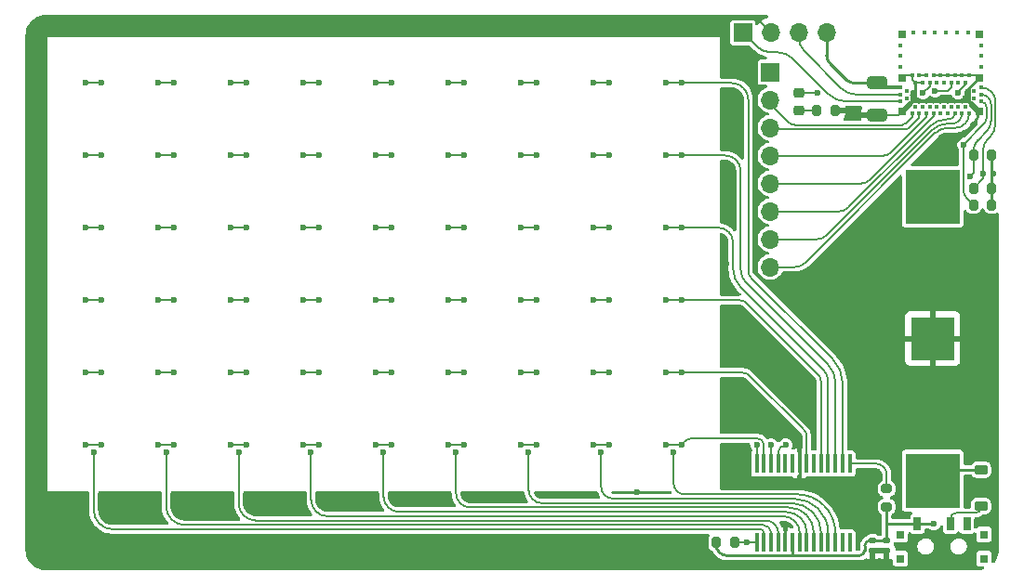
<source format=gbr>
%TF.GenerationSoftware,KiCad,Pcbnew,8.0.6*%
%TF.CreationDate,2025-06-19T14:22:04+09:00*%
%TF.ProjectId,card,63617264-2e6b-4696-9361-645f70636258,rev?*%
%TF.SameCoordinates,Original*%
%TF.FileFunction,Copper,L1,Top*%
%TF.FilePolarity,Positive*%
%FSLAX46Y46*%
G04 Gerber Fmt 4.6, Leading zero omitted, Abs format (unit mm)*
G04 Created by KiCad (PCBNEW 8.0.6) date 2025-06-19 14:22:04*
%MOMM*%
%LPD*%
G01*
G04 APERTURE LIST*
G04 Aperture macros list*
%AMRoundRect*
0 Rectangle with rounded corners*
0 $1 Rounding radius*
0 $2 $3 $4 $5 $6 $7 $8 $9 X,Y pos of 4 corners*
0 Add a 4 corners polygon primitive as box body*
4,1,4,$2,$3,$4,$5,$6,$7,$8,$9,$2,$3,0*
0 Add four circle primitives for the rounded corners*
1,1,$1+$1,$2,$3*
1,1,$1+$1,$4,$5*
1,1,$1+$1,$6,$7*
1,1,$1+$1,$8,$9*
0 Add four rect primitives between the rounded corners*
20,1,$1+$1,$2,$3,$4,$5,0*
20,1,$1+$1,$4,$5,$6,$7,0*
20,1,$1+$1,$6,$7,$8,$9,0*
20,1,$1+$1,$8,$9,$2,$3,0*%
G04 Aperture macros list end*
%TA.AperFunction,SMDPad,CuDef*%
%ADD10R,0.800000X0.800000*%
%TD*%
%TA.AperFunction,SMDPad,CuDef*%
%ADD11R,0.700000X1.250000*%
%TD*%
%TA.AperFunction,SMDPad,CuDef*%
%ADD12RoundRect,0.225000X0.375000X-0.225000X0.375000X0.225000X-0.375000X0.225000X-0.375000X-0.225000X0*%
%TD*%
%TA.AperFunction,SMDPad,CuDef*%
%ADD13RoundRect,0.200000X0.200000X0.275000X-0.200000X0.275000X-0.200000X-0.275000X0.200000X-0.275000X0*%
%TD*%
%TA.AperFunction,SMDPad,CuDef*%
%ADD14R,5.000000X5.000000*%
%TD*%
%TA.AperFunction,SMDPad,CuDef*%
%ADD15R,4.000000X4.000000*%
%TD*%
%TA.AperFunction,SMDPad,CuDef*%
%ADD16RoundRect,0.140000X-0.170000X0.140000X-0.170000X-0.140000X0.170000X-0.140000X0.170000X0.140000X0*%
%TD*%
%TA.AperFunction,SMDPad,CuDef*%
%ADD17R,0.450000X1.750000*%
%TD*%
%TA.AperFunction,SMDPad,CuDef*%
%ADD18RoundRect,0.200000X0.275000X-0.200000X0.275000X0.200000X-0.275000X0.200000X-0.275000X-0.200000X0*%
%TD*%
%TA.AperFunction,SMDPad,CuDef*%
%ADD19RoundRect,0.200000X-0.200000X-0.275000X0.200000X-0.275000X0.200000X0.275000X-0.200000X0.275000X0*%
%TD*%
%TA.AperFunction,SMDPad,CuDef*%
%ADD20RoundRect,0.218750X0.256250X-0.218750X0.256250X0.218750X-0.256250X0.218750X-0.256250X-0.218750X0*%
%TD*%
%TA.AperFunction,SMDPad,CuDef*%
%ADD21R,0.400000X0.400000*%
%TD*%
%TA.AperFunction,SMDPad,CuDef*%
%ADD22RoundRect,0.250000X-0.650000X0.325000X-0.650000X-0.325000X0.650000X-0.325000X0.650000X0.325000X0*%
%TD*%
%TA.AperFunction,ComponentPad*%
%ADD23R,1.700000X1.700000*%
%TD*%
%TA.AperFunction,ComponentPad*%
%ADD24O,1.700000X1.700000*%
%TD*%
%TA.AperFunction,ViaPad*%
%ADD25C,0.600000*%
%TD*%
%TA.AperFunction,Conductor*%
%ADD26C,0.250000*%
%TD*%
%TA.AperFunction,Conductor*%
%ADD27C,0.200000*%
%TD*%
%TA.AperFunction,Conductor*%
%ADD28C,0.300000*%
%TD*%
%TA.AperFunction,Conductor*%
%ADD29C,0.150000*%
%TD*%
G04 APERTURE END LIST*
D10*
%TO.P,SW1,*%
%TO.N,*%
X129850000Y-97560000D03*
X129850000Y-99760000D03*
X137450000Y-97560000D03*
X137450000Y-99760000D03*
D11*
%TO.P,SW1,1,A*%
%TO.N,+BATT*%
X131400000Y-96585000D03*
%TO.P,SW1,2,B*%
%TO.N,Net-(D1-K)*%
X134400000Y-96585000D03*
%TO.P,SW1,3,C*%
%TO.N,unconnected-(SW1-C-Pad3)*%
X135900000Y-96585000D03*
%TD*%
D12*
%TO.P,D1,1,K*%
%TO.N,Net-(D1-K)*%
X137200000Y-94950000D03*
%TO.P,D1,2,A*%
%TO.N,Net-(BT1-+)*%
X137200000Y-91650000D03*
%TD*%
D13*
%TO.P,R4,1*%
%TO.N,+BATT*%
X138150000Y-63000000D03*
%TO.P,R4,2*%
%TO.N,/SYNC*%
X136500000Y-63000000D03*
%TD*%
%TO.P,R3,1*%
%TO.N,+BATT*%
X138150000Y-66000000D03*
%TO.P,R3,2*%
%TO.N,/INT*%
X136500000Y-66000000D03*
%TD*%
D14*
%TO.P,BT1,1,+*%
%TO.N,Net-(BT1-+)*%
X132790773Y-66750000D03*
X132790773Y-92650000D03*
D15*
%TO.P,BT1,2,-*%
%TO.N,GND*%
X132790773Y-79700000D03*
%TD*%
D16*
%TO.P,C2,1*%
%TO.N,+BATT*%
X128600000Y-98100000D03*
%TO.P,C2,2*%
%TO.N,GND*%
X128600000Y-99060000D03*
%TD*%
D17*
%TO.P,U2,1,NRST*%
%TO.N,Net-(U2-NRST)*%
X125225000Y-91100000D03*
%TO.P,U2,2,RX9*%
%TO.N,unconnected-(U2-RX9-Pad2)*%
X124575000Y-91100000D03*
%TO.P,U2,3,RX10*%
%TO.N,unconnected-(U2-RX10-Pad3)*%
X123925000Y-91100000D03*
%TO.P,U2,4,RX11*%
%TO.N,unconnected-(U2-RX11-Pad4)*%
X123275000Y-91100000D03*
%TO.P,U2,5,RX12*%
%TO.N,unconnected-(U2-RX12-Pad5)*%
X122625000Y-91100000D03*
%TO.P,U2,6,NC*%
%TO.N,unconnected-(U2-NC-Pad6)*%
X121975000Y-91100000D03*
%TO.P,U2,7,RX13*%
%TO.N,unconnected-(U2-RX13-Pad7)*%
X121325000Y-91100000D03*
%TO.P,U2,8,VSS*%
%TO.N,GND*%
X120675000Y-91100000D03*
%TO.P,U2,9,NC*%
%TO.N,unconnected-(U2-NC-Pad9)*%
X120025000Y-91100000D03*
%TO.P,U2,10,NC*%
%TO.N,unconnected-(U2-NC-Pad10)*%
X119375000Y-91100000D03*
%TO.P,U2,11,INT*%
%TO.N,/INT*%
X118725000Y-91100000D03*
%TO.P,U2,12,SYNC*%
%TO.N,/SYNC*%
X118075000Y-91100000D03*
%TO.P,U2,13,RX14*%
%TO.N,unconnected-(U2-RX14-Pad13)*%
X117425000Y-91100000D03*
%TO.P,U2,14,SCL*%
%TO.N,/SCL*%
X116775000Y-91100000D03*
%TO.P,U2,15,SDA*%
%TO.N,/SDA*%
X116775000Y-98300000D03*
%TO.P,U2,16,RX0*%
%TO.N,unconnected-(U2-RX0-Pad16)*%
X117425000Y-98300000D03*
%TO.P,U2,17,RX1*%
%TO.N,unconnected-(U2-RX1-Pad17)*%
X118075000Y-98300000D03*
%TO.P,U2,18,RX2*%
%TO.N,unconnected-(U2-RX2-Pad18)*%
X118725000Y-98300000D03*
%TO.P,U2,19,VSS*%
%TO.N,GND*%
X119375000Y-98300000D03*
%TO.P,U2,20,VDD*%
%TO.N,+BATT*%
X120025000Y-98300000D03*
%TO.P,U2,21,RX3*%
%TO.N,unconnected-(U2-RX3-Pad21)*%
X120675000Y-98300000D03*
%TO.P,U2,22,RX4*%
%TO.N,unconnected-(U2-RX4-Pad22)*%
X121325000Y-98300000D03*
%TO.P,U2,23,RX5*%
%TO.N,unconnected-(U2-RX5-Pad23)*%
X121975000Y-98300000D03*
%TO.P,U2,24,RX6*%
%TO.N,unconnected-(U2-RX6-Pad24)*%
X122625000Y-98300000D03*
%TO.P,U2,25,RX7*%
%TO.N,unconnected-(U2-RX7-Pad25)*%
X123275000Y-98300000D03*
%TO.P,U2,26,RX8*%
%TO.N,unconnected-(U2-RX8-Pad26)*%
X123925000Y-98300000D03*
%TO.P,U2,27,NC*%
%TO.N,unconnected-(U2-NC-Pad27)*%
X124575000Y-98300000D03*
%TO.P,U2,28,NC*%
%TO.N,unconnected-(U2-NC-Pad28)*%
X125225000Y-98300000D03*
%TD*%
D18*
%TO.P,R5,1*%
%TO.N,+BATT*%
X128600000Y-95025000D03*
%TO.P,R5,2*%
%TO.N,Net-(U2-NRST)*%
X128600000Y-93375000D03*
%TD*%
D19*
%TO.P,R2,1*%
%TO.N,+BATT*%
X113075000Y-98300000D03*
%TO.P,R2,2*%
%TO.N,/SDA*%
X114725000Y-98300000D03*
%TD*%
D16*
%TO.P,C1,1*%
%TO.N,+BATT*%
X127300000Y-98100000D03*
%TO.P,C1,2*%
%TO.N,GND*%
X127300000Y-99060000D03*
%TD*%
D20*
%TO.P,D2,1,K*%
%TO.N,Net-(D2-K)*%
X120600000Y-58900000D03*
%TO.P,D2,2,A*%
%TO.N,Net-(D2-A)*%
X120600000Y-57325000D03*
%TD*%
D10*
%TO.P,U1,1,VSS*%
%TO.N,GND*%
X137000000Y-59000000D03*
D21*
%TO.P,U1,2,P0_12*%
%TO.N,/SCL*%
X137200000Y-58100000D03*
%TO.P,U1,3*%
%TO.N,unconnected-(U1-Pad3)*%
X136550000Y-57775000D03*
%TO.P,U1,4,P0_14*%
%TO.N,/SYNC*%
X137200000Y-57450000D03*
%TO.P,U1,5*%
%TO.N,unconnected-(U1-Pad5)*%
X136550000Y-57125000D03*
%TO.P,U1,6,P0_18*%
%TO.N,/INT*%
X137200000Y-56800000D03*
D10*
%TO.P,U1,7,VSS*%
%TO.N,GND*%
X137000000Y-55900000D03*
D21*
%TO.P,U1,8,VSS*%
X136100000Y-55700000D03*
%TO.P,U1,9,P0_16*%
%TO.N,/SDA*%
X135775000Y-56350000D03*
%TO.P,U1,10,VSS*%
%TO.N,GND*%
X135450000Y-55700000D03*
%TO.P,U1,11*%
%TO.N,unconnected-(U1-Pad11)*%
X135125000Y-56350000D03*
%TO.P,U1,12,VSS*%
%TO.N,GND*%
X134800000Y-55700000D03*
%TO.P,U1,13,P0_21_nRST*%
%TO.N,/~{RESET}*%
X134475000Y-56350000D03*
%TO.P,U1,14,VSS*%
%TO.N,GND*%
X134150000Y-55700000D03*
%TO.P,U1,15*%
%TO.N,unconnected-(U1-Pad15)*%
X133825000Y-56350000D03*
%TO.P,U1,16,VSS*%
%TO.N,GND*%
X133500000Y-55700000D03*
%TO.P,U1,17*%
%TO.N,unconnected-(U1-Pad17)*%
X133175000Y-56350000D03*
%TO.P,U1,18,VSS*%
%TO.N,GND*%
X132850000Y-55700000D03*
%TO.P,U1,19,P0_20*%
%TO.N,Net-(D2-A)*%
X132525000Y-56350000D03*
%TO.P,U1,20,OUT_ANT*%
%TO.N,Net-(U1-OUT_ANT)*%
X132200000Y-55700000D03*
%TO.P,U1,21,VSS*%
%TO.N,GND*%
X131875000Y-56350000D03*
%TO.P,U1,22,OUT_MOD*%
%TO.N,Net-(U1-OUT_ANT)*%
X131550000Y-55700000D03*
%TO.P,U1,23,VSS*%
%TO.N,GND*%
X131225000Y-56350000D03*
%TO.P,U1,24,VSS*%
X130900000Y-55700000D03*
D10*
%TO.P,U1,25,VSS*%
X130000000Y-55900000D03*
D21*
%TO.P,U1,26,VCC_nRF*%
%TO.N,+BATT*%
X129800000Y-56800000D03*
%TO.P,U1,27*%
%TO.N,unconnected-(U1-Pad27)*%
X130450000Y-57125000D03*
%TO.P,U1,28,SWDIO*%
%TO.N,/SWDIO*%
X129800000Y-57450000D03*
%TO.P,U1,29*%
%TO.N,unconnected-(U1-Pad29)*%
X130450000Y-57775000D03*
%TO.P,U1,30,SWDCLK*%
%TO.N,/SWDCLK*%
X129800000Y-58100000D03*
D10*
%TO.P,U1,31,VSS*%
%TO.N,GND*%
X130000000Y-59000000D03*
D21*
%TO.P,U1,32,P0_08*%
%TO.N,/P0_08*%
X130900000Y-59200000D03*
%TO.P,U1,33*%
%TO.N,unconnected-(U1-Pad33)*%
X131225000Y-58550000D03*
%TO.P,U1,34,P0_17*%
%TO.N,/P0_17*%
X131550000Y-59200000D03*
%TO.P,U1,35*%
%TO.N,unconnected-(U1-Pad35)*%
X131875000Y-58550000D03*
%TO.P,U1,36,P0_05_AIN3*%
%TO.N,/P0_05*%
X132200000Y-59200000D03*
%TO.P,U1,37*%
%TO.N,unconnected-(U1-Pad37)*%
X132525000Y-58550000D03*
%TO.P,U1,38,P0_03_AIN1*%
%TO.N,/P0_03*%
X132850000Y-59200000D03*
%TO.P,U1,39*%
%TO.N,unconnected-(U1-Pad39)*%
X133175000Y-58550000D03*
%TO.P,U1,40,P0_01*%
%TO.N,unconnected-(U1-P0_01-Pad40)*%
X133500000Y-59200000D03*
%TO.P,U1,41*%
%TO.N,unconnected-(U1-Pad41)*%
X133825000Y-58550000D03*
%TO.P,U1,42,P0_00*%
%TO.N,unconnected-(U1-P0_00-Pad42)*%
X134150000Y-59200000D03*
%TO.P,U1,43*%
%TO.N,unconnected-(U1-Pad43)*%
X134475000Y-58550000D03*
%TO.P,U1,44,P0_15*%
%TO.N,/P0_15*%
X134800000Y-59200000D03*
%TO.P,U1,45*%
%TO.N,unconnected-(U1-Pad45)*%
X135125000Y-58550000D03*
%TO.P,U1,46,P0_04_AIN2*%
%TO.N,/P0_04*%
X135450000Y-59200000D03*
%TO.P,U1,47*%
%TO.N,unconnected-(U1-Pad47)*%
X135775000Y-58550000D03*
%TO.P,U1,48,P0_11*%
%TO.N,/P0_11*%
X136100000Y-59200000D03*
%TO.P,U1,49*%
%TO.N,N/C*%
X137200000Y-54950000D03*
%TO.P,U1,50*%
X137200000Y-53950000D03*
%TO.P,U1,51*%
X137200000Y-52950000D03*
D10*
%TO.P,U1,52*%
X137000000Y-52000000D03*
D21*
%TO.P,U1,53*%
X136000000Y-51800000D03*
%TO.P,U1,54*%
X135000000Y-51800000D03*
%TO.P,U1,55*%
X134000000Y-51800000D03*
%TO.P,U1,56*%
X133000000Y-51800000D03*
%TO.P,U1,57*%
X132000000Y-51800000D03*
%TO.P,U1,58*%
X131000000Y-51800000D03*
D10*
%TO.P,U1,59*%
X130000000Y-52000000D03*
D21*
%TO.P,U1,60*%
X129800000Y-52950000D03*
%TO.P,U1,61*%
X129800000Y-53950000D03*
%TO.P,U1,62*%
X129800000Y-54950000D03*
%TD*%
D19*
%TO.P,R6,1*%
%TO.N,Net-(D2-K)*%
X122250000Y-58900000D03*
%TO.P,R6,2*%
%TO.N,GND*%
X123900000Y-58900000D03*
%TD*%
D13*
%TO.P,R1,1*%
%TO.N,+BATT*%
X138150000Y-67500000D03*
%TO.P,R1,2*%
%TO.N,/SCL*%
X136500000Y-67500000D03*
%TD*%
D22*
%TO.P,C3,1*%
%TO.N,+BATT*%
X127700000Y-56400000D03*
%TO.P,C3,2*%
%TO.N,GND*%
X127700000Y-59350000D03*
%TD*%
D23*
%TO.P,J2,1,Pin_1*%
%TO.N,/SWDCLK*%
X115500000Y-51800000D03*
D24*
%TO.P,J2,2,Pin_2*%
%TO.N,GND*%
X118040000Y-51800000D03*
%TO.P,J2,3,Pin_3*%
%TO.N,/SWDIO*%
X120580000Y-51800000D03*
%TO.P,J2,4,Pin_4*%
%TO.N,+BATT*%
X123120000Y-51800000D03*
%TD*%
D23*
%TO.P,J1,1,Pin_1*%
%TO.N,/~{RESET}*%
X118000000Y-55400000D03*
D24*
%TO.P,J1,2,Pin_2*%
%TO.N,/P0_08*%
X118000000Y-57940000D03*
%TO.P,J1,3,Pin_3*%
%TO.N,/P0_17*%
X118000000Y-60480000D03*
%TO.P,J1,4,Pin_4*%
%TO.N,/P0_05*%
X118000000Y-63020000D03*
%TO.P,J1,5,Pin_5*%
%TO.N,/P0_03*%
X118000000Y-65560000D03*
%TO.P,J1,6,Pin_6*%
%TO.N,/P0_15*%
X118000000Y-68100000D03*
%TO.P,J1,7,Pin_7*%
%TO.N,/P0_04*%
X118000000Y-70640000D03*
%TO.P,J1,8,Pin_8*%
%TO.N,/P0_11*%
X118000000Y-73180000D03*
%TD*%
D25*
%TO.N,GND*%
X129800000Y-95800000D03*
X126100000Y-88900000D03*
X133600000Y-98700000D03*
X138300000Y-98700000D03*
X138300000Y-92900000D03*
%TO.N,+BATT*%
X132900000Y-96600000D03*
%TO.N,GND*%
X114000000Y-72900000D03*
X81500000Y-51500000D03*
X59700000Y-93900000D03*
X51500000Y-81500000D03*
X127500000Y-79700000D03*
X72900000Y-93900000D03*
X61500000Y-51500000D03*
X131600000Y-63500000D03*
X114000000Y-91400000D03*
X79500000Y-93900000D03*
X111500000Y-51500000D03*
X91500000Y-51500000D03*
X105900000Y-93700000D03*
X114000000Y-79500000D03*
X71500000Y-51500000D03*
X133200000Y-62600000D03*
X137100000Y-68700000D03*
X114000000Y-85800000D03*
X114000000Y-66300000D03*
X126500000Y-100200000D03*
X101500000Y-51500000D03*
X51500000Y-91500000D03*
X51500000Y-99500000D03*
X125100000Y-73100000D03*
X61500000Y-99500000D03*
X137100000Y-79700000D03*
X123800000Y-71500000D03*
X99300000Y-93900000D03*
X117000000Y-81100000D03*
X101500000Y-99500000D03*
X86100000Y-93900000D03*
X125600000Y-59200000D03*
X51500000Y-51500000D03*
X115900000Y-85800000D03*
X121000000Y-84700000D03*
X81500000Y-99500000D03*
X111500000Y-99500000D03*
X51500000Y-71500000D03*
X91500000Y-99500000D03*
X92700000Y-93900000D03*
X119300000Y-96600000D03*
X66300000Y-93900000D03*
X135800000Y-57800000D03*
X51500000Y-61500000D03*
X114000000Y-59700000D03*
X124500000Y-96700000D03*
X71500000Y-99500000D03*
%TO.N,+BATT*%
X138300000Y-64700000D03*
%TO.N,/SCL*%
X116775000Y-89400000D03*
X135600000Y-62000000D03*
%TO.N,/SDA*%
X135100000Y-57300000D03*
X115900000Y-98300000D03*
%TO.N,/INT*%
X137400000Y-64700000D03*
X119400000Y-89400000D03*
%TO.N,/SYNC*%
X118100000Y-89400000D03*
X136190773Y-64900000D03*
%TO.N,Net-(D2-A)*%
X131900000Y-57300000D03*
X122300000Y-57300000D03*
%TO.N,/~{RESET}*%
X133000000Y-57100000D03*
%TO.N,unconnected-(U2-RX5-Pad23)*%
X89400000Y-90100000D03*
%TO.N,unconnected-(U2-RX3-Pad21)*%
X76200000Y-90100000D03*
%TO.N,unconnected-(U2-RX8-Pad26)*%
X109200000Y-90100000D03*
%TO.N,unconnected-(U2-RX0-Pad16)*%
X56400000Y-90100000D03*
%TO.N,unconnected-(U2-RX7-Pad25)*%
X102600000Y-90100000D03*
%TO.N,unconnected-(U2-RX9-Pad2)*%
X75500000Y-56400000D03*
X103300000Y-56400000D03*
X90100000Y-56400000D03*
X57100000Y-56400000D03*
X76900000Y-56400000D03*
X88700000Y-56400000D03*
X70300000Y-56400000D03*
X95300000Y-56400000D03*
X96700000Y-56400000D03*
X101900000Y-56400000D03*
X62300000Y-56400000D03*
X63700000Y-56400000D03*
X68900000Y-56400000D03*
X55700000Y-56400000D03*
X82100000Y-56400000D03*
X108500000Y-56400000D03*
X109900000Y-56400000D03*
X83500000Y-56400000D03*
%TO.N,unconnected-(U2-RX12-Pad5)*%
X108500000Y-76200000D03*
X95300000Y-76200000D03*
X109900000Y-76200000D03*
X90100000Y-76200000D03*
X101900000Y-76200000D03*
X62300000Y-76200000D03*
X83500000Y-76200000D03*
X55700000Y-76200000D03*
X96700000Y-76200000D03*
X82100000Y-76200000D03*
X88700000Y-76200000D03*
X68900000Y-76200000D03*
X76900000Y-76200000D03*
X75500000Y-76200000D03*
X57100000Y-76200000D03*
X70300000Y-76200000D03*
X103300000Y-76200000D03*
X63700000Y-76200000D03*
%TO.N,unconnected-(U2-RX13-Pad7)*%
X108500000Y-82800000D03*
X57100000Y-82800000D03*
X62300000Y-82800000D03*
X83500000Y-82800000D03*
X103300000Y-82800000D03*
X95300000Y-82800000D03*
X96700000Y-82800000D03*
X68900000Y-82800000D03*
X82100000Y-82800000D03*
X76900000Y-82800000D03*
X109900000Y-82800000D03*
X63700000Y-82800000D03*
X55700000Y-82800000D03*
X88700000Y-82800000D03*
X70300000Y-82800000D03*
X75500000Y-82800000D03*
X101900000Y-82800000D03*
X90100000Y-82800000D03*
%TO.N,unconnected-(U2-RX14-Pad13)*%
X101900000Y-89400000D03*
X109900000Y-89400000D03*
X82100000Y-89400000D03*
X57100000Y-89400000D03*
X62300000Y-89400000D03*
X88700000Y-89400000D03*
X68900000Y-89400000D03*
X103300000Y-89400000D03*
X75500000Y-89400000D03*
X63700000Y-89400000D03*
X83500000Y-89400000D03*
X96700000Y-89400000D03*
X90100000Y-89400000D03*
X95300000Y-89400000D03*
X76900000Y-89400000D03*
X55700000Y-89400000D03*
X70300000Y-89400000D03*
X108500000Y-89400000D03*
%TO.N,unconnected-(U2-RX2-Pad18)*%
X69600000Y-90100000D03*
%TO.N,unconnected-(U2-RX6-Pad24)*%
X96000000Y-90100000D03*
%TO.N,unconnected-(U2-RX1-Pad17)*%
X63000000Y-90100000D03*
%TO.N,unconnected-(U2-RX4-Pad22)*%
X82800000Y-90100000D03*
%TO.N,unconnected-(U2-RX10-Pad3)*%
X96700000Y-63000000D03*
X55700000Y-63000000D03*
X88700000Y-63000000D03*
X90100000Y-63000000D03*
X95300000Y-63000000D03*
X83500000Y-63000000D03*
X62300000Y-63000000D03*
X68900000Y-63000000D03*
X109900000Y-63000000D03*
X76900000Y-63000000D03*
X82100000Y-63000000D03*
X70300000Y-63000000D03*
X108500000Y-63000000D03*
X101900000Y-63000000D03*
X63700000Y-63000000D03*
X57100000Y-63000000D03*
X103300000Y-63000000D03*
X75500000Y-63000000D03*
%TO.N,unconnected-(U2-RX11-Pad4)*%
X103300000Y-69600000D03*
X101900000Y-69600000D03*
X96700000Y-69600000D03*
X108500000Y-69600000D03*
X109900000Y-69600000D03*
X75500000Y-69600000D03*
X76900000Y-69600000D03*
X88700000Y-69600000D03*
X83500000Y-69600000D03*
X82100000Y-69600000D03*
X63700000Y-69600000D03*
X95300000Y-69600000D03*
X57100000Y-69600000D03*
X55700000Y-69600000D03*
X70300000Y-69600000D03*
X90100000Y-69600000D03*
X62300000Y-69600000D03*
X68900000Y-69600000D03*
%TD*%
D26*
%TO.N,+BATT*%
X131400000Y-96585000D02*
X132885000Y-96585000D01*
X132885000Y-96585000D02*
X132900000Y-96600000D01*
X128600000Y-98100000D02*
X128600000Y-96500000D01*
X128600000Y-96500000D02*
X128600000Y-95025000D01*
X131400000Y-96585000D02*
X128685000Y-96585000D01*
X128685000Y-96585000D02*
X128600000Y-96500000D01*
D27*
%TO.N,Net-(D1-K)*%
X136700000Y-95600000D02*
G75*
G03*
X137200000Y-95100000I0J500000D01*
G01*
X134900000Y-95600000D02*
G75*
G03*
X134400000Y-96100000I0J-500000D01*
G01*
X134900000Y-95600000D02*
X136700000Y-95600000D01*
X134400000Y-96585000D02*
X134400000Y-96100000D01*
X137200000Y-95100000D02*
X137200000Y-94950000D01*
D26*
%TO.N,GND*%
X124500000Y-96700000D02*
X124500000Y-94925000D01*
X122575000Y-93000000D02*
X121100000Y-93000000D01*
X124500000Y-94925000D02*
X122575000Y-93000000D01*
X120675000Y-92575000D02*
X120675000Y-91100000D01*
X121100000Y-93000000D02*
X120675000Y-92575000D01*
%TO.N,Net-(BT1-+)*%
X137200000Y-91650000D02*
X133790773Y-91650000D01*
X133790773Y-91650000D02*
X132790773Y-92650000D01*
D27*
%TO.N,GND*%
X118040000Y-51800000D02*
X116890000Y-50650000D01*
D26*
X137000000Y-55900000D02*
X137000000Y-55901040D01*
D27*
X136800000Y-55700000D02*
X137000000Y-55900000D01*
X130200000Y-55700000D02*
X130000000Y-55900000D01*
X129650000Y-59350000D02*
X130000000Y-59000000D01*
D26*
X131225000Y-57775000D02*
X131225000Y-56350000D01*
X119375000Y-98300000D02*
X119375000Y-96675000D01*
D27*
X130900000Y-55700000D02*
X130200000Y-55700000D01*
D26*
X119375000Y-96675000D02*
X119300000Y-96600000D01*
X133100000Y-63500000D02*
X136575745Y-60024255D01*
X137000000Y-55901040D02*
X135800000Y-57101040D01*
X120675000Y-91100000D02*
X120675000Y-89175000D01*
X130000000Y-59000000D02*
X131225000Y-57775000D01*
D27*
X112350000Y-50650000D02*
X111500000Y-51500000D01*
D26*
X120675000Y-89175000D02*
X117300000Y-85800000D01*
D27*
X131150000Y-56350000D02*
X130900000Y-56100000D01*
D26*
X117300000Y-85800000D02*
X115900000Y-85800000D01*
D27*
X132850000Y-55700000D02*
X136800000Y-55700000D01*
D26*
X137000000Y-59000000D02*
X135800000Y-57800000D01*
D27*
X127700000Y-59350000D02*
X129650000Y-59350000D01*
X130900000Y-56100000D02*
X130900000Y-55700000D01*
D26*
X131600000Y-63500000D02*
X133100000Y-63500000D01*
D27*
X131875000Y-56350000D02*
X131150000Y-56350000D01*
X116890000Y-50650000D02*
X112350000Y-50650000D01*
D26*
X135800000Y-57101040D02*
X135800000Y-57800000D01*
X136575745Y-60024255D02*
G75*
G03*
X137000008Y-59000000I-1024245J1024255D01*
G01*
%TO.N,+BATT*%
X120100000Y-99500000D02*
X126100000Y-99500000D01*
X123412893Y-54589671D02*
X124930329Y-56107107D01*
D28*
X127700000Y-56400000D02*
X128100000Y-56800000D01*
D26*
X123120000Y-51800000D02*
X123120000Y-53882564D01*
D28*
X128100000Y-56800000D02*
X129800000Y-56800000D01*
D26*
X125637436Y-56400000D02*
X127700000Y-56400000D01*
X138150000Y-66000000D02*
X138150000Y-64850000D01*
X138150000Y-63000000D02*
X138150000Y-64550000D01*
X127100000Y-98100000D02*
X127300000Y-98100000D01*
X120025000Y-99425000D02*
X120100000Y-99500000D01*
X127300000Y-98100000D02*
X128600000Y-98100000D01*
X138150000Y-67500000D02*
X138150000Y-66000000D01*
X126600000Y-99000000D02*
X126600000Y-98600000D01*
X114075000Y-99500000D02*
X120100000Y-99500000D01*
X113075000Y-98300000D02*
X113075000Y-98500000D01*
X138150000Y-64550000D02*
X138300000Y-64700000D01*
X138150000Y-64850000D02*
X138300000Y-64700000D01*
X120025000Y-98300000D02*
X120025000Y-99425000D01*
X127100000Y-98100000D02*
G75*
G03*
X126600000Y-98600000I0J-500000D01*
G01*
X123120000Y-53882564D02*
G75*
G03*
X123412875Y-54589689I1000000J-36D01*
G01*
X125637436Y-56400000D02*
G75*
G02*
X124930311Y-56107125I-36J1000000D01*
G01*
X126600000Y-99000000D02*
G75*
G02*
X126100000Y-99500000I-500000J0D01*
G01*
X113075000Y-98500000D02*
G75*
G03*
X114075000Y-99500000I1000000J0D01*
G01*
D27*
%TO.N,/SCL*%
X135600000Y-62000000D02*
X135590773Y-62009227D01*
X137700000Y-58600010D02*
X137700000Y-59485786D01*
X116775000Y-89400000D02*
X116775000Y-91100000D01*
X137407107Y-60192893D02*
X135600000Y-62000000D01*
X135883666Y-66883666D02*
X136500000Y-67500000D01*
X135590773Y-62009227D02*
X135590773Y-66176559D01*
X137200000Y-58100000D02*
G75*
G02*
X137700000Y-58600010I0J-500000D01*
G01*
X135590773Y-66176559D02*
G75*
G03*
X135883640Y-66883692I1000027J-41D01*
G01*
X137407107Y-60192893D02*
G75*
G03*
X137699990Y-59485786I-707107J707093D01*
G01*
%TO.N,/SDA*%
X135775000Y-56350000D02*
X135775000Y-56525000D01*
X115900000Y-98300000D02*
X114725000Y-98300000D01*
X135775000Y-56525000D02*
X135100000Y-57200000D01*
X135100000Y-57200000D02*
X135100000Y-57300000D01*
X115900000Y-98300000D02*
X116775000Y-98300000D01*
%TO.N,/INT*%
X137692893Y-61657107D02*
X137972792Y-61377208D01*
X137400000Y-64700000D02*
X137400000Y-65100000D01*
X118725000Y-90074996D02*
X118725000Y-91100000D01*
X138500000Y-60104416D02*
X138500000Y-58099991D01*
X137400000Y-64700000D02*
X137400000Y-62364214D01*
X137400000Y-65100000D02*
X136500000Y-66000000D01*
X138500000Y-60104416D02*
G75*
G02*
X137972784Y-61377200I-1800000J16D01*
G01*
X118725000Y-90074996D02*
G75*
G02*
X119400000Y-89400000I675000J-4D01*
G01*
X137692893Y-61657107D02*
G75*
G03*
X137400010Y-62364214I707107J-707093D01*
G01*
X138500000Y-58099991D02*
G75*
G03*
X137200000Y-56800000I-1300000J-9D01*
G01*
%TO.N,/SYNC*%
X136500000Y-62579899D02*
X136500000Y-63000000D01*
X137689949Y-60810051D02*
X136910050Y-61589950D01*
X118075000Y-89625000D02*
X118075000Y-91100000D01*
X137200000Y-57450000D02*
X137200000Y-57450000D01*
X138100000Y-58349994D02*
X138100000Y-59820101D01*
X118100000Y-89400000D02*
X118100000Y-89600000D01*
X118100000Y-89600000D02*
X118075000Y-89625000D01*
X136500000Y-64590773D02*
X136190773Y-64900000D01*
X136500000Y-63000000D02*
X136500000Y-64590773D01*
X138100000Y-59820101D02*
G75*
G02*
X137689948Y-60810050I-1400000J1D01*
G01*
X136500000Y-62579899D02*
G75*
G02*
X136910051Y-61589951I1400000J-1D01*
G01*
X138100000Y-58349994D02*
G75*
G03*
X137200000Y-57450000I-900000J-6D01*
G01*
%TO.N,Net-(U2-NRST)*%
X125225000Y-91100000D02*
X127600000Y-91100000D01*
X128600000Y-92100000D02*
X128600000Y-93375000D01*
X128600000Y-92100000D02*
G75*
G03*
X127600000Y-91100000I-1000000J0D01*
G01*
%TO.N,/SWDCLK*%
X129800000Y-58100000D02*
X125046195Y-58100000D01*
X118702945Y-53600000D02*
X118045584Y-53600000D01*
X123172362Y-57323833D02*
X119975737Y-54127208D01*
X116772792Y-53072792D02*
X115500000Y-51800000D01*
X116772792Y-53072792D02*
G75*
G03*
X118045584Y-53600011I1272808J1272792D01*
G01*
X119975737Y-54127208D02*
G75*
G03*
X118702945Y-53599968I-1272837J-1272792D01*
G01*
X125046195Y-58100000D02*
G75*
G02*
X123172365Y-57323830I5J2650000D01*
G01*
%TO.N,Net-(D2-A)*%
X131900000Y-57300000D02*
X132525000Y-56675000D01*
X132525000Y-56675000D02*
X132525000Y-56350000D01*
X122275000Y-57325000D02*
X122300000Y-57300000D01*
X120600000Y-57325000D02*
X122275000Y-57325000D01*
%TO.N,Net-(D2-K)*%
X122250000Y-58900000D02*
X120600000Y-58900000D01*
%TO.N,/P0_08*%
X118000000Y-57940000D02*
X118000000Y-58340000D01*
X130900000Y-59500000D02*
X130900000Y-59200000D01*
X120299214Y-60225000D02*
X129967893Y-60225000D01*
X118000000Y-58340000D02*
X119592107Y-59932107D01*
X130321447Y-60078553D02*
X130900000Y-59500000D01*
X129967893Y-60225000D02*
G75*
G03*
X130321450Y-60078556I7J500000D01*
G01*
X120299214Y-60225000D02*
G75*
G02*
X119592100Y-59932114I-14J1000000D01*
G01*
%TO.N,/P0_05*%
X128988579Y-62727107D02*
X132200000Y-59515686D01*
X118000000Y-63020000D02*
X128281472Y-63020000D01*
X132200000Y-59515686D02*
X132200000Y-59200000D01*
X128281472Y-63020000D02*
G75*
G03*
X128988593Y-62727121I28J1000000D01*
G01*
%TO.N,/~{RESET}*%
X134475000Y-56750000D02*
X134475000Y-56350000D01*
X134125000Y-57100000D02*
X134475000Y-56750000D01*
X133000000Y-57100000D02*
X134125000Y-57100000D01*
%TO.N,Net-(U1-OUT_ANT)*%
X132200000Y-55700000D02*
X131550000Y-55700000D01*
%TO.N,/SWDIO*%
X121165787Y-53587868D02*
X124442133Y-56864214D01*
X125856346Y-57450000D02*
X129800000Y-57450000D01*
X120580000Y-51800000D02*
X120580000Y-52173654D01*
X120580000Y-52173654D02*
G75*
G03*
X121165764Y-53587891I2000000J-46D01*
G01*
X125856346Y-57450000D02*
G75*
G02*
X124442110Y-56864237I-46J2000000D01*
G01*
%TO.N,/P0_11*%
X120218531Y-73180000D02*
X118000000Y-73180000D01*
X133009801Y-60968629D02*
X121208480Y-72769950D01*
X134800005Y-60500000D02*
X134141172Y-60500000D01*
X133009801Y-60968629D02*
G75*
G02*
X134141172Y-60499980I1131399J-1131371D01*
G01*
X121208480Y-72769950D02*
G75*
G02*
X120218531Y-73180022I-989980J989950D01*
G01*
X134800005Y-60500000D02*
G75*
G03*
X136100000Y-59200000I-5J1300000D01*
G01*
%TO.N,/P0_03*%
X132850000Y-59431372D02*
X132850000Y-59200000D01*
X127043555Y-65237817D02*
X132850000Y-59431372D01*
X118000000Y-65560000D02*
X126265737Y-65560000D01*
X127043555Y-65237817D02*
G75*
G02*
X126265737Y-65560026I-777855J777817D01*
G01*
%TO.N,/P0_04*%
X132726957Y-60685787D02*
X123153505Y-70259239D01*
X134550001Y-60100000D02*
X134141171Y-60100000D01*
X122234266Y-70640000D02*
X118000000Y-70640000D01*
X134550001Y-60100000D02*
G75*
G03*
X135450000Y-59200000I-1J900000D01*
G01*
X123153505Y-70259239D02*
G75*
G02*
X122234266Y-70639976I-919205J919239D01*
G01*
X134141171Y-60100000D02*
G75*
G03*
X132726971Y-60685801I29J-2000000D01*
G01*
%TO.N,/P0_15*%
X134141171Y-59700000D02*
X134300006Y-59700000D01*
X118000000Y-68100000D02*
X124250002Y-68100000D01*
X125098530Y-67748528D02*
X132444115Y-60402943D01*
X132444115Y-60402943D02*
G75*
G02*
X134141171Y-59699979I1697085J-1697057D01*
G01*
X124250002Y-68100000D02*
G75*
G03*
X125098529Y-67748527I-2J1200000D01*
G01*
X134800000Y-59200000D02*
G75*
G02*
X134300006Y-59700000I-500000J0D01*
G01*
%TO.N,/P0_17*%
X118145000Y-60625000D02*
X118000000Y-60480000D01*
X130152208Y-60625000D02*
X118145000Y-60625000D01*
X131550000Y-59200000D02*
X131550000Y-59600000D01*
X131550000Y-59600000D02*
X130788604Y-60361396D01*
X130152208Y-60625000D02*
G75*
G03*
X130788600Y-60361392I-8J900000D01*
G01*
%TO.N,unconnected-(U2-RX5-Pad23)*%
X89400000Y-93800000D02*
X89400000Y-90100000D01*
X121975000Y-98300000D02*
X121975000Y-97400000D01*
X119675000Y-95100000D02*
X90700000Y-95100000D01*
X90700000Y-95100000D02*
G75*
G02*
X89400000Y-93800000I0J1300000D01*
G01*
X119675000Y-95100000D02*
G75*
G02*
X121975000Y-97400000I0J-2300000D01*
G01*
%TO.N,unconnected-(U2-RX3-Pad21)*%
X120675000Y-98300000D02*
X120675000Y-97400000D01*
X119175000Y-95900000D02*
X77700000Y-95900000D01*
X76200000Y-94400000D02*
X76200000Y-90100000D01*
X77700000Y-95900000D02*
G75*
G02*
X76200000Y-94400000I0J1500000D01*
G01*
X119175000Y-95900000D02*
G75*
G02*
X120675000Y-97400000I0J-1500000D01*
G01*
%TO.N,unconnected-(U2-RX8-Pad26)*%
X123925000Y-98300000D02*
X123925000Y-97400000D01*
X120425000Y-93900000D02*
X110200000Y-93900000D01*
X109200000Y-92900000D02*
X109200000Y-90100000D01*
X110200000Y-93900000D02*
G75*
G02*
X109200000Y-92900000I0J1000000D01*
G01*
X120425000Y-93900000D02*
G75*
G02*
X123925000Y-97400000I0J-3500000D01*
G01*
%TO.N,unconnected-(U2-RX0-Pad16)*%
X56400000Y-95300000D02*
X56400000Y-90100000D01*
X117425000Y-98300000D02*
X117425000Y-97400000D01*
X117125000Y-97100000D02*
X58200000Y-97100000D01*
X117425000Y-97400000D02*
G75*
G03*
X117125000Y-97100000I-300000J0D01*
G01*
X58200000Y-97100000D02*
G75*
G02*
X56400000Y-95300000I0J1800000D01*
G01*
%TO.N,unconnected-(U2-RX7-Pad25)*%
X120175000Y-94300000D02*
X103700000Y-94300000D01*
X102600000Y-93200000D02*
X102600000Y-90100000D01*
X123275000Y-98300000D02*
X123275000Y-97400000D01*
X103700000Y-94300000D02*
G75*
G02*
X102600000Y-93200000I0J1100000D01*
G01*
X123275000Y-97400000D02*
G75*
G03*
X120175000Y-94300000I-3100000J0D01*
G01*
D29*
%TO.N,unconnected-(U2-RX9-Pad2)*%
X90100000Y-56400000D02*
X88700000Y-56400000D01*
D27*
X124575000Y-91100000D02*
X124575000Y-83696930D01*
D29*
X109900000Y-56400000D02*
X108500000Y-56400000D01*
X68900000Y-56400000D02*
X70300000Y-56400000D01*
X96700000Y-56400000D02*
X95300000Y-56400000D01*
D27*
X116000000Y-73485786D02*
X116000000Y-57900000D01*
D29*
X103300000Y-56400000D02*
X101900000Y-56400000D01*
X57100000Y-56400000D02*
X55700000Y-56400000D01*
X76900000Y-56400000D02*
X75500000Y-56400000D01*
D27*
X123710965Y-81610965D02*
X116292893Y-74192893D01*
D29*
X82100000Y-56400000D02*
X83500000Y-56400000D01*
D27*
X114500000Y-56400000D02*
X109900000Y-56400000D01*
D29*
X63700000Y-56400000D02*
X62300000Y-56400000D01*
D27*
X116000000Y-73485786D02*
G75*
G03*
X116292886Y-74192900I1000000J-14D01*
G01*
X116000000Y-57900000D02*
G75*
G03*
X114500000Y-56400000I-1500000J0D01*
G01*
X124575000Y-83696930D02*
G75*
G03*
X123710980Y-81610950I-2950000J30D01*
G01*
D29*
%TO.N,unconnected-(U2-RX12-Pad5)*%
X90100000Y-76200000D02*
X88700000Y-76200000D01*
X57100000Y-76200000D02*
X55700000Y-76200000D01*
X68900000Y-76200000D02*
X70300000Y-76200000D01*
X96700000Y-76200000D02*
X95300000Y-76200000D01*
X109900000Y-76200000D02*
X108500000Y-76200000D01*
D27*
X122625000Y-91100000D02*
X122625000Y-83639214D01*
D29*
X82100000Y-76200000D02*
X83500000Y-76200000D01*
X76900000Y-76200000D02*
X75500000Y-76200000D01*
D27*
X115185786Y-76200000D02*
X109900000Y-76200000D01*
D29*
X63700000Y-76200000D02*
X62300000Y-76200000D01*
D27*
X122332107Y-82932107D02*
X115892893Y-76492893D01*
D29*
X103300000Y-76200000D02*
X101900000Y-76200000D01*
D27*
X122332107Y-82932107D02*
G75*
G02*
X122624990Y-83639214I-707107J-707093D01*
G01*
X115892893Y-76492893D02*
G75*
G03*
X115185786Y-76200010I-707093J-707107D01*
G01*
D29*
%TO.N,unconnected-(U2-RX13-Pad7)*%
X109900000Y-82800000D02*
X108500000Y-82800000D01*
X103300000Y-82800000D02*
X101900000Y-82800000D01*
X76900000Y-82800000D02*
X75500000Y-82800000D01*
X68900000Y-82800000D02*
X70300000Y-82800000D01*
X57100000Y-82800000D02*
X55700000Y-82800000D01*
D27*
X121325000Y-91100000D02*
X121325000Y-88687743D01*
D29*
X90100000Y-82800000D02*
X88700000Y-82800000D01*
D27*
X121032107Y-87980636D02*
X116144364Y-83092893D01*
D29*
X96700000Y-82800000D02*
X95300000Y-82800000D01*
X82100000Y-82800000D02*
X83500000Y-82800000D01*
X63700000Y-82800000D02*
X62300000Y-82800000D01*
D27*
X115437257Y-82800000D02*
X109900000Y-82800000D01*
X116144364Y-83092893D02*
G75*
G03*
X115437257Y-82800030I-707064J-707107D01*
G01*
X121032107Y-87980636D02*
G75*
G02*
X121324970Y-88687743I-707107J-707064D01*
G01*
D29*
%TO.N,unconnected-(U2-RX14-Pad13)*%
X82100000Y-89400000D02*
X83500000Y-89400000D01*
X109900000Y-89400000D02*
X108500000Y-89400000D01*
D27*
X117425000Y-91100000D02*
X117425000Y-89400000D01*
D29*
X90100000Y-89400000D02*
X88700000Y-89400000D01*
D27*
X116825000Y-88800000D02*
X110914214Y-88800000D01*
D29*
X96700000Y-89400000D02*
X95300000Y-89400000D01*
X68900000Y-89400000D02*
X70300000Y-89400000D01*
X57100000Y-89400000D02*
X55700000Y-89400000D01*
X103300000Y-89400000D02*
X101900000Y-89400000D01*
D27*
X110207107Y-89092893D02*
X109900000Y-89400000D01*
D29*
X76900000Y-89400000D02*
X75500000Y-89400000D01*
X63700000Y-89400000D02*
X62300000Y-89400000D01*
D27*
X117425000Y-89400000D02*
G75*
G03*
X116825000Y-88800000I-600000J0D01*
G01*
X110207107Y-89092893D02*
G75*
G02*
X110914214Y-88800010I707093J-707107D01*
G01*
%TO.N,unconnected-(U2-RX2-Pad18)*%
X117625000Y-96300000D02*
X71200000Y-96300000D01*
X118725000Y-98300000D02*
X118725000Y-97400000D01*
X69600000Y-94700000D02*
X69600000Y-90100000D01*
X118725000Y-97400000D02*
G75*
G03*
X117625000Y-96300000I-1100000J0D01*
G01*
X71200000Y-96300000D02*
G75*
G02*
X69600000Y-94700000I0J1600000D01*
G01*
%TO.N,unconnected-(U2-RX6-Pad24)*%
X122625000Y-98300000D02*
X122625000Y-97400000D01*
X119925000Y-94700000D02*
X97200000Y-94700000D01*
X96000000Y-93500000D02*
X96000000Y-90100000D01*
X97200000Y-94700000D02*
G75*
G02*
X96000000Y-93500000I0J1200000D01*
G01*
X122625000Y-97400000D02*
G75*
G03*
X119925000Y-94700000I-2700000J0D01*
G01*
%TO.N,unconnected-(U2-RX1-Pad17)*%
X118075000Y-97400000D02*
X118075000Y-98300000D01*
X63000000Y-90100000D02*
X63000000Y-95000000D01*
X64700000Y-96700000D02*
X117375000Y-96700000D01*
X118075000Y-97400000D02*
G75*
G03*
X117375000Y-96700000I-700000J0D01*
G01*
X63000000Y-95000000D02*
G75*
G03*
X64700000Y-96700000I1700000J0D01*
G01*
%TO.N,unconnected-(U2-RX4-Pad22)*%
X82800000Y-94100000D02*
X82800000Y-90100000D01*
X119425000Y-95500000D02*
X84200000Y-95500000D01*
X121325000Y-98300000D02*
X121325000Y-97400000D01*
X84200000Y-95500000D02*
G75*
G02*
X82800000Y-94100000I0J1400000D01*
G01*
X121325000Y-97400000D02*
G75*
G03*
X119425000Y-95500000I-1900000J0D01*
G01*
D29*
%TO.N,unconnected-(U2-RX10-Pad3)*%
X90100000Y-63000000D02*
X88700000Y-63000000D01*
D27*
X123251345Y-82051345D02*
X115797918Y-74597918D01*
X115300000Y-73395837D02*
X115300000Y-64400000D01*
D29*
X68900000Y-63000000D02*
X70300000Y-63000000D01*
D27*
X113900000Y-63000000D02*
X109900000Y-63000000D01*
D29*
X63700000Y-63000000D02*
X62300000Y-63000000D01*
X109900000Y-63000000D02*
X108500000Y-63000000D01*
X82100000Y-63000000D02*
X83500000Y-63000000D01*
D27*
X123925000Y-91100000D02*
X123925000Y-83677691D01*
D29*
X96700000Y-63000000D02*
X95300000Y-63000000D01*
X103300000Y-63000000D02*
X101900000Y-63000000D01*
X76900000Y-63000000D02*
X75500000Y-63000000D01*
X57100000Y-63000000D02*
X55700000Y-63000000D01*
D27*
X123925000Y-83677691D02*
G75*
G03*
X123251341Y-82051349I-2300000J-9D01*
G01*
X115300000Y-64400000D02*
G75*
G03*
X113900000Y-63000000I-1400000J0D01*
G01*
X115300000Y-73395837D02*
G75*
G03*
X115797936Y-74597900I1700000J37D01*
G01*
D29*
%TO.N,unconnected-(U2-RX11-Pad4)*%
X96700000Y-69600000D02*
X95300000Y-69600000D01*
D27*
X114600000Y-70900000D02*
X114600000Y-73305887D01*
D29*
X63700000Y-69600000D02*
X62300000Y-69600000D01*
X109900000Y-69600000D02*
X108500000Y-69600000D01*
X82100000Y-69600000D02*
X83500000Y-69600000D01*
X57100000Y-69600000D02*
X55700000Y-69600000D01*
X76900000Y-69600000D02*
X75500000Y-69600000D01*
D27*
X123275000Y-83658452D02*
X123275000Y-91100000D01*
D29*
X103300000Y-69600000D02*
X101900000Y-69600000D01*
D27*
X115302944Y-75002944D02*
X122791726Y-82491726D01*
D29*
X68900000Y-69600000D02*
X70300000Y-69600000D01*
X90100000Y-69600000D02*
X88700000Y-69600000D01*
D27*
X109900000Y-69600000D02*
X113300000Y-69600000D01*
X114600000Y-73305887D02*
G75*
G03*
X115302938Y-75002950I2400000J-13D01*
G01*
X113300000Y-69600000D02*
G75*
G02*
X114600000Y-70900000I0J-1300000D01*
G01*
X122791726Y-82491726D02*
G75*
G02*
X123275034Y-83658452I-1166726J-1166774D01*
G01*
%TD*%
%TA.AperFunction,Conductor*%
%TO.N,GND*%
G36*
X116100181Y-89220462D02*
G01*
X116154719Y-89275000D01*
X116174681Y-89349500D01*
X116173406Y-89368949D01*
X116169318Y-89399998D01*
X116169318Y-89400002D01*
X116189954Y-89556757D01*
X116250463Y-89702840D01*
X116343164Y-89823651D01*
X116372679Y-89894908D01*
X116362612Y-89971377D01*
X116330314Y-90019714D01*
X116297793Y-90052234D01*
X116252416Y-90155005D01*
X116252415Y-90155008D01*
X116252415Y-90155009D01*
X116249500Y-90180135D01*
X116249500Y-90180136D01*
X116249500Y-90180140D01*
X116249500Y-92019866D01*
X116252414Y-92044989D01*
X116252415Y-92044992D01*
X116297793Y-92147764D01*
X116297794Y-92147765D01*
X116377235Y-92227206D01*
X116480009Y-92272585D01*
X116505135Y-92275500D01*
X117044864Y-92275499D01*
X117044866Y-92275499D01*
X117081126Y-92271294D01*
X117081554Y-92274987D01*
X117118462Y-92274839D01*
X117118874Y-92271293D01*
X117130007Y-92272584D01*
X117130009Y-92272585D01*
X117155135Y-92275500D01*
X117694864Y-92275499D01*
X117694866Y-92275499D01*
X117731126Y-92271294D01*
X117731554Y-92274987D01*
X117768462Y-92274839D01*
X117768874Y-92271293D01*
X117780007Y-92272584D01*
X117780009Y-92272585D01*
X117805135Y-92275500D01*
X118344864Y-92275499D01*
X118344866Y-92275499D01*
X118381126Y-92271294D01*
X118381554Y-92274987D01*
X118418462Y-92274839D01*
X118418874Y-92271293D01*
X118430007Y-92272584D01*
X118430009Y-92272585D01*
X118455135Y-92275500D01*
X118994864Y-92275499D01*
X118994866Y-92275499D01*
X119031126Y-92271294D01*
X119031554Y-92274987D01*
X119068462Y-92274839D01*
X119068874Y-92271293D01*
X119080007Y-92272584D01*
X119080009Y-92272585D01*
X119105135Y-92275500D01*
X119644864Y-92275499D01*
X119644866Y-92275499D01*
X119681126Y-92271294D01*
X119681554Y-92274987D01*
X119718462Y-92274839D01*
X119718874Y-92271293D01*
X119730007Y-92272584D01*
X119730009Y-92272585D01*
X119755135Y-92275500D01*
X119975790Y-92275499D01*
X120050288Y-92295461D01*
X120084290Y-92325639D01*
X120085276Y-92324654D01*
X120092812Y-92332190D01*
X120207905Y-92418349D01*
X120207915Y-92418354D01*
X120342623Y-92468598D01*
X120342621Y-92468598D01*
X120402157Y-92474998D01*
X120402177Y-92475000D01*
X120450000Y-92475000D01*
X120450000Y-92261689D01*
X120469962Y-92187189D01*
X120493641Y-92156330D01*
X120502206Y-92147765D01*
X120538697Y-92065120D01*
X120587047Y-92005035D01*
X120658966Y-91977172D01*
X120735182Y-91989002D01*
X120795271Y-92037355D01*
X120811303Y-92065122D01*
X120847794Y-92147765D01*
X120856359Y-92156330D01*
X120894923Y-92223125D01*
X120900000Y-92261689D01*
X120900000Y-92475000D01*
X120947823Y-92475000D01*
X120947842Y-92474998D01*
X121007377Y-92468598D01*
X121142084Y-92418354D01*
X121142094Y-92418349D01*
X121257187Y-92332190D01*
X121264725Y-92324653D01*
X121266320Y-92326248D01*
X121315557Y-92287529D01*
X121374209Y-92275499D01*
X121594864Y-92275499D01*
X121594867Y-92275499D01*
X121631126Y-92271294D01*
X121631554Y-92274987D01*
X121668462Y-92274839D01*
X121668874Y-92271293D01*
X121680007Y-92272584D01*
X121680009Y-92272585D01*
X121705135Y-92275500D01*
X122244864Y-92275499D01*
X122244866Y-92275499D01*
X122281126Y-92271294D01*
X122281554Y-92274987D01*
X122318462Y-92274839D01*
X122318874Y-92271293D01*
X122330007Y-92272584D01*
X122330009Y-92272585D01*
X122355135Y-92275500D01*
X122894864Y-92275499D01*
X122894866Y-92275499D01*
X122931126Y-92271294D01*
X122931554Y-92274987D01*
X122968462Y-92274839D01*
X122968874Y-92271293D01*
X122980007Y-92272584D01*
X122980009Y-92272585D01*
X123005135Y-92275500D01*
X123544864Y-92275499D01*
X123544866Y-92275499D01*
X123581126Y-92271294D01*
X123581554Y-92274987D01*
X123618462Y-92274839D01*
X123618874Y-92271293D01*
X123630007Y-92272584D01*
X123630009Y-92272585D01*
X123655135Y-92275500D01*
X124194864Y-92275499D01*
X124194866Y-92275499D01*
X124231126Y-92271294D01*
X124231554Y-92274987D01*
X124268462Y-92274839D01*
X124268874Y-92271293D01*
X124280007Y-92272584D01*
X124280009Y-92272585D01*
X124305135Y-92275500D01*
X124844864Y-92275499D01*
X124844866Y-92275499D01*
X124881126Y-92271294D01*
X124881554Y-92274987D01*
X124918462Y-92274839D01*
X124918874Y-92271293D01*
X124930007Y-92272584D01*
X124930009Y-92272585D01*
X124955135Y-92275500D01*
X125494864Y-92275499D01*
X125494866Y-92275499D01*
X125507427Y-92274042D01*
X125519991Y-92272585D01*
X125622765Y-92227206D01*
X125702206Y-92147765D01*
X125747585Y-92044991D01*
X125750500Y-92019865D01*
X125750500Y-91649500D01*
X125770462Y-91575000D01*
X125825000Y-91520462D01*
X125899500Y-91500500D01*
X127542417Y-91500500D01*
X127591633Y-91500500D01*
X127608315Y-91501436D01*
X127716718Y-91513651D01*
X127749245Y-91521075D01*
X127844266Y-91554324D01*
X127874328Y-91568801D01*
X127959567Y-91622360D01*
X127985653Y-91643163D01*
X128056836Y-91714346D01*
X128077639Y-91740432D01*
X128131198Y-91825671D01*
X128145675Y-91855733D01*
X128178924Y-91950754D01*
X128186348Y-91983281D01*
X128198563Y-92091683D01*
X128199500Y-92108367D01*
X128199500Y-92584176D01*
X128179538Y-92658676D01*
X128125000Y-92713214D01*
X128102571Y-92723781D01*
X128082671Y-92731203D01*
X128082663Y-92731207D01*
X127967455Y-92817452D01*
X127967452Y-92817455D01*
X127881204Y-92932666D01*
X127881202Y-92932670D01*
X127830908Y-93067517D01*
X127824500Y-93127114D01*
X127824500Y-93622863D01*
X127824502Y-93622888D01*
X127830908Y-93682478D01*
X127830909Y-93682484D01*
X127881202Y-93817329D01*
X127881204Y-93817333D01*
X127967452Y-93932544D01*
X127967455Y-93932547D01*
X128082666Y-94018795D01*
X128082670Y-94018797D01*
X128194198Y-94060394D01*
X128257025Y-94105133D01*
X128289066Y-94175291D01*
X128281735Y-94252069D01*
X128236996Y-94314896D01*
X128194198Y-94339606D01*
X128082670Y-94381202D01*
X128082666Y-94381204D01*
X127967455Y-94467452D01*
X127967452Y-94467455D01*
X127881204Y-94582666D01*
X127881202Y-94582670D01*
X127830908Y-94717517D01*
X127824500Y-94777114D01*
X127824500Y-95272863D01*
X127824502Y-95272888D01*
X127830908Y-95332478D01*
X127830909Y-95332484D01*
X127881202Y-95467329D01*
X127881204Y-95467333D01*
X127967452Y-95582544D01*
X127967455Y-95582547D01*
X128082668Y-95668796D01*
X128092021Y-95673903D01*
X128090729Y-95676268D01*
X128140380Y-95711611D01*
X128172433Y-95781764D01*
X128174500Y-95806499D01*
X128174500Y-97525500D01*
X128154538Y-97600000D01*
X128100000Y-97654538D01*
X128025500Y-97674500D01*
X127873999Y-97674500D01*
X127799499Y-97654538D01*
X127785520Y-97645385D01*
X127678158Y-97566148D01*
X127638267Y-97552189D01*
X127552819Y-97522290D01*
X127552816Y-97522289D01*
X127552814Y-97522289D01*
X127523074Y-97519500D01*
X127523066Y-97519500D01*
X127076934Y-97519500D01*
X127076925Y-97519500D01*
X127047185Y-97522289D01*
X127047182Y-97522289D01*
X127047181Y-97522290D01*
X127022550Y-97530909D01*
X126921841Y-97566148D01*
X126815002Y-97644999D01*
X126815001Y-97645000D01*
X126766837Y-97710259D01*
X126712827Y-97754446D01*
X126713006Y-97754756D01*
X126711116Y-97755847D01*
X126709938Y-97756811D01*
X126707380Y-97758004D01*
X126567127Y-97838979D01*
X126443073Y-97943072D01*
X126443072Y-97943073D01*
X126338979Y-98067127D01*
X126258009Y-98207369D01*
X126258007Y-98207374D01*
X126202621Y-98359546D01*
X126202619Y-98359554D01*
X126174500Y-98519025D01*
X126174500Y-98925500D01*
X126154538Y-99000000D01*
X126100000Y-99054538D01*
X126025500Y-99074500D01*
X125899500Y-99074500D01*
X125825000Y-99054538D01*
X125770462Y-99000000D01*
X125750500Y-98925500D01*
X125750499Y-97380133D01*
X125747585Y-97355010D01*
X125747584Y-97355007D01*
X125702206Y-97252235D01*
X125622764Y-97172793D01*
X125519994Y-97127416D01*
X125519991Y-97127415D01*
X125494865Y-97124500D01*
X125494859Y-97124500D01*
X124955133Y-97124500D01*
X124918875Y-97128706D01*
X124918447Y-97125018D01*
X124881536Y-97125155D01*
X124881125Y-97128706D01*
X124844868Y-97124500D01*
X124844865Y-97124500D01*
X124452512Y-97124500D01*
X124378012Y-97104538D01*
X124323474Y-97050000D01*
X124304148Y-96989247D01*
X124293544Y-96874811D01*
X124292222Y-96860546D01*
X124292026Y-96859500D01*
X124267766Y-96729720D01*
X124225950Y-96506025D01*
X124167189Y-96299500D01*
X124127255Y-96159144D01*
X124127253Y-96159139D01*
X124127251Y-96159131D01*
X124073531Y-96020462D01*
X123996968Y-95822830D01*
X123996963Y-95822819D01*
X123836209Y-95499982D01*
X123836208Y-95499981D01*
X123836204Y-95499972D01*
X123826272Y-95483932D01*
X123778960Y-95407520D01*
X123646340Y-95193331D01*
X123635924Y-95179538D01*
X123428994Y-94905519D01*
X123428985Y-94905509D01*
X123186017Y-94638985D01*
X123186014Y-94638982D01*
X122919490Y-94396014D01*
X122919480Y-94396005D01*
X122631675Y-94178664D01*
X122626227Y-94175291D01*
X122463674Y-94074642D01*
X122325037Y-93988801D01*
X122325017Y-93988790D01*
X122002180Y-93828036D01*
X122002169Y-93828031D01*
X121665883Y-93697754D01*
X121665855Y-93697744D01*
X121318991Y-93599054D01*
X121318971Y-93599049D01*
X120964459Y-93532778D01*
X120964442Y-93532776D01*
X120605340Y-93499500D01*
X120605331Y-93499500D01*
X120477727Y-93499500D01*
X113549000Y-93499500D01*
X113474500Y-93479538D01*
X113419962Y-93425000D01*
X113400000Y-93350500D01*
X113400000Y-89349500D01*
X113419962Y-89275000D01*
X113474500Y-89220462D01*
X113549000Y-89200500D01*
X116025681Y-89200500D01*
X116100181Y-89220462D01*
G37*
%TD.AperFunction*%
%TA.AperFunction,Conductor*%
G36*
X119181480Y-96301066D02*
G01*
X119352947Y-96316068D01*
X119378506Y-96320575D01*
X119538462Y-96363434D01*
X119562865Y-96372317D01*
X119712934Y-96442295D01*
X119735426Y-96455280D01*
X119842215Y-96530055D01*
X119871067Y-96550257D01*
X119890963Y-96566952D01*
X120008047Y-96684036D01*
X120024742Y-96703932D01*
X120100514Y-96812146D01*
X120126893Y-96884623D01*
X120113500Y-96960579D01*
X120063923Y-97019663D01*
X119991446Y-97046042D01*
X119915490Y-97032649D01*
X119889167Y-97016889D01*
X119842095Y-96981650D01*
X119842084Y-96981645D01*
X119707376Y-96931401D01*
X119707378Y-96931401D01*
X119647842Y-96925001D01*
X119647823Y-96925000D01*
X119600000Y-96925000D01*
X119600000Y-97138311D01*
X119580038Y-97212811D01*
X119556359Y-97243670D01*
X119547794Y-97252234D01*
X119511304Y-97334877D01*
X119462951Y-97394965D01*
X119391031Y-97422827D01*
X119314815Y-97410996D01*
X119254727Y-97362643D01*
X119238696Y-97334877D01*
X119214739Y-97280620D01*
X119202206Y-97252235D01*
X119193641Y-97243670D01*
X119155077Y-97176875D01*
X119150000Y-97138311D01*
X119150000Y-96925000D01*
X119148755Y-96923755D01*
X119078899Y-96905038D01*
X119024361Y-96850500D01*
X119017864Y-96837897D01*
X118954660Y-96699500D01*
X118945321Y-96679050D01*
X118849567Y-96530053D01*
X118826084Y-96456589D01*
X118842479Y-96381224D01*
X118894360Y-96324153D01*
X118967826Y-96300669D01*
X118974915Y-96300500D01*
X119117417Y-96300500D01*
X119168495Y-96300500D01*
X119181480Y-96301066D01*
G37*
%TD.AperFunction*%
%TA.AperFunction,Conductor*%
G36*
X62525000Y-93619962D02*
G01*
X62579538Y-93674500D01*
X62599500Y-93749000D01*
X62599500Y-95137679D01*
X62635437Y-95410650D01*
X62635440Y-95410667D01*
X62706703Y-95676629D01*
X62706703Y-95676630D01*
X62795088Y-95890007D01*
X62812077Y-95931021D01*
X62949751Y-96169479D01*
X63112228Y-96381224D01*
X63117373Y-96387929D01*
X63174585Y-96445141D01*
X63213149Y-96511936D01*
X63213149Y-96589064D01*
X63174585Y-96655859D01*
X63107790Y-96694423D01*
X63069226Y-96699500D01*
X58205858Y-96699500D01*
X58194168Y-96699041D01*
X58177603Y-96697737D01*
X57992756Y-96683189D01*
X57969664Y-96679531D01*
X57778935Y-96633741D01*
X57756698Y-96626516D01*
X57575474Y-96551451D01*
X57554641Y-96540836D01*
X57387392Y-96438345D01*
X57368478Y-96424603D01*
X57293899Y-96360907D01*
X57219319Y-96297210D01*
X57202787Y-96280678D01*
X57140101Y-96207282D01*
X57075396Y-96131521D01*
X57061654Y-96112607D01*
X56959163Y-95945358D01*
X56948548Y-95924525D01*
X56873483Y-95743301D01*
X56866258Y-95721064D01*
X56827814Y-95560935D01*
X56820467Y-95530333D01*
X56816810Y-95507242D01*
X56814975Y-95483932D01*
X56800959Y-95305832D01*
X56800500Y-95294142D01*
X56800500Y-93749000D01*
X56820462Y-93674500D01*
X56875000Y-93619962D01*
X56949500Y-93600000D01*
X62450500Y-93600000D01*
X62525000Y-93619962D01*
G37*
%TD.AperFunction*%
%TA.AperFunction,Conductor*%
G36*
X69125000Y-93619962D02*
G01*
X69179538Y-93674500D01*
X69199500Y-93749000D01*
X69199500Y-94831123D01*
X69233728Y-95091107D01*
X69233728Y-95091110D01*
X69301600Y-95344415D01*
X69301600Y-95344416D01*
X69365311Y-95498225D01*
X69398822Y-95579129D01*
X69401959Y-95586701D01*
X69453881Y-95676632D01*
X69524797Y-95799464D01*
X69533078Y-95813806D01*
X69533078Y-95813807D01*
X69692715Y-96021848D01*
X69716008Y-96045141D01*
X69754572Y-96111936D01*
X69754572Y-96189064D01*
X69716008Y-96255859D01*
X69649213Y-96294423D01*
X69610649Y-96299500D01*
X64705858Y-96299500D01*
X64694168Y-96299041D01*
X64678270Y-96297789D01*
X64508399Y-96284420D01*
X64485307Y-96280762D01*
X64309836Y-96238635D01*
X64287600Y-96231410D01*
X64120870Y-96162349D01*
X64100037Y-96151734D01*
X64096391Y-96149500D01*
X63946172Y-96057445D01*
X63927257Y-96043703D01*
X63900045Y-96020462D01*
X63824409Y-95955862D01*
X63790031Y-95926500D01*
X63773499Y-95909968D01*
X63656294Y-95772740D01*
X63642553Y-95753826D01*
X63636618Y-95744141D01*
X63548262Y-95599956D01*
X63537650Y-95579129D01*
X63468589Y-95412399D01*
X63461364Y-95390163D01*
X63423644Y-95233047D01*
X63419236Y-95214690D01*
X63415579Y-95191599D01*
X63411335Y-95137679D01*
X63400959Y-95005832D01*
X63400500Y-94994142D01*
X63400500Y-93749000D01*
X63420462Y-93674500D01*
X63475000Y-93619962D01*
X63549500Y-93600000D01*
X69050500Y-93600000D01*
X69125000Y-93619962D01*
G37*
%TD.AperFunction*%
%TA.AperFunction,Conductor*%
G36*
X75725000Y-93619962D02*
G01*
X75779538Y-93674500D01*
X75799500Y-93749000D01*
X75799500Y-94524570D01*
X75832016Y-94771557D01*
X75832017Y-94771563D01*
X75832018Y-94771565D01*
X75891657Y-94994142D01*
X75896499Y-95012210D01*
X75932421Y-95098933D01*
X75982565Y-95219992D01*
X75991838Y-95242377D01*
X76043858Y-95332478D01*
X76116401Y-95458127D01*
X76268062Y-95655776D01*
X76271032Y-95659646D01*
X76269253Y-95661010D01*
X76299053Y-95721249D01*
X76294105Y-95798218D01*
X76251336Y-95862401D01*
X76182204Y-95896600D01*
X76152953Y-95899500D01*
X71205859Y-95899500D01*
X71194168Y-95899041D01*
X71024043Y-95885651D01*
X71000950Y-95881993D01*
X70840737Y-95843529D01*
X70818502Y-95836304D01*
X70666269Y-95773248D01*
X70645436Y-95762633D01*
X70631064Y-95753826D01*
X70504952Y-95676544D01*
X70486037Y-95662802D01*
X70411918Y-95599499D01*
X70360740Y-95555789D01*
X70344208Y-95539257D01*
X70326847Y-95518930D01*
X70237195Y-95413960D01*
X70223455Y-95395047D01*
X70220462Y-95390163D01*
X70137362Y-95254556D01*
X70126751Y-95233730D01*
X70121059Y-95219989D01*
X70077971Y-95115963D01*
X70063695Y-95081497D01*
X70056470Y-95059262D01*
X70018005Y-94899044D01*
X70014348Y-94875955D01*
X70000959Y-94705831D01*
X70000500Y-94694141D01*
X70000500Y-93749000D01*
X70020462Y-93674500D01*
X70075000Y-93619962D01*
X70149500Y-93600000D01*
X75650500Y-93600000D01*
X75725000Y-93619962D01*
G37*
%TD.AperFunction*%
%TA.AperFunction,Conductor*%
G36*
X82325000Y-93619962D02*
G01*
X82379538Y-93674500D01*
X82399500Y-93749000D01*
X82399500Y-94218016D01*
X82430305Y-94452006D01*
X82430306Y-94452012D01*
X82430307Y-94452014D01*
X82478274Y-94631030D01*
X82491395Y-94679996D01*
X82581719Y-94898056D01*
X82674792Y-95059262D01*
X82699727Y-95102450D01*
X82820463Y-95259796D01*
X82849977Y-95331052D01*
X82839910Y-95407520D01*
X82792958Y-95468710D01*
X82721700Y-95498225D01*
X82702252Y-95499500D01*
X77706505Y-95499500D01*
X77693519Y-95498933D01*
X77522060Y-95483932D01*
X77496484Y-95479422D01*
X77417008Y-95458127D01*
X77336539Y-95436565D01*
X77312134Y-95427682D01*
X77162065Y-95357704D01*
X77139572Y-95344718D01*
X77003932Y-95249742D01*
X76984036Y-95233047D01*
X76866952Y-95115963D01*
X76850257Y-95096067D01*
X76810454Y-95039223D01*
X76755280Y-94960426D01*
X76742295Y-94937934D01*
X76672317Y-94787865D01*
X76663434Y-94763460D01*
X76657809Y-94742466D01*
X76620575Y-94603506D01*
X76616068Y-94577947D01*
X76601067Y-94406480D01*
X76600500Y-94393494D01*
X76600500Y-93749000D01*
X76620462Y-93674500D01*
X76675000Y-93619962D01*
X76749500Y-93600000D01*
X82250500Y-93600000D01*
X82325000Y-93619962D01*
G37*
%TD.AperFunction*%
%TA.AperFunction,Conductor*%
G36*
X88925000Y-93619962D02*
G01*
X88979538Y-93674500D01*
X88999500Y-93749000D01*
X88999500Y-93921618D01*
X88999501Y-93921633D01*
X89034116Y-94162388D01*
X89034117Y-94162395D01*
X89102647Y-94395782D01*
X89102647Y-94395784D01*
X89203692Y-94617041D01*
X89203692Y-94617042D01*
X89203694Y-94617045D01*
X89306578Y-94777136D01*
X89335203Y-94821676D01*
X89362281Y-94852926D01*
X89395981Y-94922302D01*
X89390479Y-94999234D01*
X89347248Y-95063107D01*
X89277872Y-95096807D01*
X89249674Y-95099500D01*
X84206506Y-95099500D01*
X84193519Y-95098933D01*
X84169219Y-95096807D01*
X84104173Y-95091116D01*
X84039424Y-95085451D01*
X84013847Y-95080941D01*
X83870745Y-95042597D01*
X83846338Y-95033714D01*
X83712063Y-94971100D01*
X83689571Y-94958114D01*
X83568211Y-94873137D01*
X83548315Y-94856442D01*
X83443557Y-94751684D01*
X83426862Y-94731788D01*
X83341885Y-94610428D01*
X83328899Y-94587936D01*
X83272716Y-94467452D01*
X83266284Y-94453660D01*
X83257402Y-94429254D01*
X83251300Y-94406480D01*
X83219056Y-94286144D01*
X83214549Y-94260582D01*
X83201067Y-94106479D01*
X83200500Y-94093493D01*
X83200500Y-93749000D01*
X83220462Y-93674500D01*
X83275000Y-93619962D01*
X83349500Y-93600000D01*
X88850500Y-93600000D01*
X88925000Y-93619962D01*
G37*
%TD.AperFunction*%
%TA.AperFunction,Conductor*%
G36*
X95542810Y-93619962D02*
G01*
X95597348Y-93674500D01*
X95615793Y-93727794D01*
X95632081Y-93841080D01*
X95696582Y-94060746D01*
X95696582Y-94060748D01*
X95791682Y-94268987D01*
X95791687Y-94268997D01*
X95802342Y-94285576D01*
X95918338Y-94466071D01*
X95917368Y-94466694D01*
X95943837Y-94532812D01*
X95932860Y-94609155D01*
X95885183Y-94669781D01*
X95813579Y-94698446D01*
X95795891Y-94699500D01*
X90707315Y-94699500D01*
X90692710Y-94698782D01*
X90539121Y-94683654D01*
X90510474Y-94677956D01*
X90369821Y-94635290D01*
X90342834Y-94624112D01*
X90213205Y-94554823D01*
X90188920Y-94538596D01*
X90101306Y-94466694D01*
X90075299Y-94445351D01*
X90054646Y-94424698D01*
X90039695Y-94406480D01*
X89961403Y-94311079D01*
X89945176Y-94286794D01*
X89887379Y-94178664D01*
X89875886Y-94157163D01*
X89864709Y-94130178D01*
X89845038Y-94065332D01*
X89822042Y-93989522D01*
X89816346Y-93960890D01*
X89801216Y-93807271D01*
X89800500Y-93792684D01*
X89800500Y-93749000D01*
X89820462Y-93674500D01*
X89875000Y-93619962D01*
X89949500Y-93600000D01*
X95468310Y-93600000D01*
X95542810Y-93619962D01*
G37*
%TD.AperFunction*%
%TA.AperFunction,Conductor*%
G36*
X102216564Y-93619962D02*
G01*
X102271102Y-93674500D01*
X102285028Y-93707019D01*
X102290517Y-93725714D01*
X102369555Y-93898782D01*
X102379679Y-93920950D01*
X102442560Y-94018796D01*
X102475432Y-94069945D01*
X102498916Y-94143411D01*
X102482521Y-94218776D01*
X102430640Y-94275847D01*
X102357174Y-94299331D01*
X102350085Y-94299500D01*
X97207324Y-94299500D01*
X97192720Y-94298783D01*
X97058626Y-94285576D01*
X97029978Y-94279877D01*
X96994121Y-94269000D01*
X96908087Y-94242901D01*
X96881107Y-94231726D01*
X96768761Y-94171676D01*
X96744479Y-94155451D01*
X96658758Y-94085102D01*
X96646010Y-94074640D01*
X96625357Y-94053987D01*
X96544548Y-93955520D01*
X96528321Y-93931234D01*
X96523183Y-93921622D01*
X96468458Y-93819238D01*
X96450944Y-93744125D01*
X96473333Y-93670318D01*
X96529626Y-93617594D01*
X96599864Y-93600000D01*
X102142064Y-93600000D01*
X102216564Y-93619962D01*
G37*
%TD.AperFunction*%
%TA.AperFunction,Conductor*%
G36*
X108976047Y-93619962D02*
G01*
X109022122Y-93661463D01*
X109023211Y-93662963D01*
X109050825Y-93734978D01*
X109038733Y-93811152D01*
X108990173Y-93871075D01*
X108918158Y-93898689D01*
X108902636Y-93899500D01*
X103707315Y-93899500D01*
X103692710Y-93898782D01*
X103677481Y-93897282D01*
X103605296Y-93870114D01*
X103556367Y-93810493D01*
X103543804Y-93734395D01*
X103570972Y-93662210D01*
X103630593Y-93613281D01*
X103692086Y-93600000D01*
X108901547Y-93600000D01*
X108976047Y-93619962D01*
G37*
%TD.AperFunction*%
%TA.AperFunction,Conductor*%
G36*
X115369325Y-83200501D02*
G01*
X115379686Y-83200500D01*
X115379691Y-83200502D01*
X115429959Y-83200500D01*
X115444556Y-83201216D01*
X115539634Y-83210577D01*
X115568265Y-83216271D01*
X115652661Y-83241868D01*
X115679633Y-83253039D01*
X115757410Y-83294608D01*
X115781688Y-83310829D01*
X115855306Y-83371242D01*
X115866131Y-83381053D01*
X120743718Y-88258640D01*
X120753542Y-88269479D01*
X120814143Y-88343328D01*
X120830367Y-88367612D01*
X120871927Y-88445368D01*
X120883106Y-88472359D01*
X120908695Y-88556731D01*
X120914392Y-88585378D01*
X120923782Y-88680758D01*
X120924499Y-88695358D01*
X120924498Y-88757303D01*
X120924500Y-88757328D01*
X120924500Y-89638782D01*
X120904538Y-89713282D01*
X120900000Y-89719196D01*
X120900000Y-89938311D01*
X120880038Y-90012811D01*
X120856359Y-90043670D01*
X120847794Y-90052234D01*
X120811304Y-90134877D01*
X120762951Y-90194965D01*
X120691031Y-90222827D01*
X120614815Y-90210996D01*
X120554727Y-90162643D01*
X120538696Y-90134877D01*
X120525564Y-90105136D01*
X120502206Y-90052235D01*
X120493641Y-90043670D01*
X120455077Y-89976875D01*
X120450000Y-89938311D01*
X120450000Y-89725000D01*
X120402177Y-89725000D01*
X120402157Y-89725001D01*
X120342622Y-89731401D01*
X120207915Y-89781645D01*
X120207905Y-89781650D01*
X120184660Y-89799052D01*
X120113057Y-89827717D01*
X120036714Y-89816741D01*
X119976087Y-89769063D01*
X119947422Y-89697460D01*
X119957710Y-89622751D01*
X119985044Y-89556762D01*
X120005682Y-89400000D01*
X119985044Y-89243238D01*
X119924536Y-89097159D01*
X119828282Y-88971718D01*
X119702841Y-88875464D01*
X119702840Y-88875463D01*
X119622944Y-88842369D01*
X119556762Y-88814956D01*
X119556760Y-88814955D01*
X119556756Y-88814954D01*
X119556759Y-88814954D01*
X119400003Y-88794318D01*
X119399997Y-88794318D01*
X119243242Y-88814954D01*
X119097159Y-88875463D01*
X118971718Y-88971717D01*
X118971716Y-88971719D01*
X118869519Y-89104906D01*
X118867024Y-89102992D01*
X118824450Y-89145534D01*
X118749942Y-89165468D01*
X118675450Y-89145478D01*
X118632980Y-89102988D01*
X118630481Y-89104907D01*
X118528282Y-88971718D01*
X118528281Y-88971717D01*
X118402840Y-88875463D01*
X118322944Y-88842369D01*
X118256762Y-88814956D01*
X118256760Y-88814955D01*
X118256756Y-88814954D01*
X118256759Y-88814954D01*
X118100003Y-88794318D01*
X118099997Y-88794318D01*
X117943240Y-88814954D01*
X117819257Y-88866310D01*
X117742789Y-88876377D01*
X117671532Y-88846861D01*
X117648097Y-88824427D01*
X117535163Y-88689837D01*
X117535162Y-88689836D01*
X117401055Y-88577308D01*
X117401051Y-88577305D01*
X117249450Y-88489777D01*
X117249437Y-88489772D01*
X117084939Y-88429899D01*
X117084940Y-88429899D01*
X117027469Y-88419766D01*
X116912532Y-88399500D01*
X116912528Y-88399500D01*
X113549000Y-88399500D01*
X113474500Y-88379538D01*
X113419962Y-88325000D01*
X113400000Y-88250500D01*
X113400000Y-83349500D01*
X113419962Y-83275000D01*
X113474500Y-83220462D01*
X113549000Y-83200500D01*
X115369297Y-83200500D01*
X115369325Y-83200501D01*
G37*
%TD.AperFunction*%
%TA.AperFunction,Conductor*%
G36*
X115193072Y-76601217D02*
G01*
X115200786Y-76601976D01*
X115288150Y-76610580D01*
X115316784Y-76616275D01*
X115401172Y-76641872D01*
X115428154Y-76653049D01*
X115505916Y-76694612D01*
X115530201Y-76710838D01*
X115577312Y-76749500D01*
X115603967Y-76771375D01*
X115614802Y-76781195D01*
X122034108Y-83200500D01*
X122043725Y-83210117D01*
X122053546Y-83220953D01*
X122114151Y-83294802D01*
X122130378Y-83319089D01*
X122171940Y-83396849D01*
X122183117Y-83423833D01*
X122208711Y-83508207D01*
X122214410Y-83536856D01*
X122223783Y-83632030D01*
X122224500Y-83646633D01*
X122224500Y-89775500D01*
X122204538Y-89850000D01*
X122150000Y-89904538D01*
X122075500Y-89924500D01*
X121874500Y-89924500D01*
X121800000Y-89904538D01*
X121745462Y-89850000D01*
X121725500Y-89775500D01*
X121725500Y-88625440D01*
X121725471Y-88625011D01*
X121725473Y-88595967D01*
X121701518Y-88413951D01*
X121654009Y-88236618D01*
X121583760Y-88067004D01*
X121491972Y-87908011D01*
X121380217Y-87762358D01*
X121358576Y-87740715D01*
X121358548Y-87740684D01*
X121312382Y-87694518D01*
X121269397Y-87651532D01*
X121269386Y-87651522D01*
X116476764Y-82858900D01*
X116476762Y-82858897D01*
X116471213Y-82853348D01*
X116471154Y-82853246D01*
X116362661Y-82744759D01*
X116362659Y-82744758D01*
X116217017Y-82633009D01*
X116217009Y-82633004D01*
X116217006Y-82633002D01*
X116058010Y-82541212D01*
X116058011Y-82541212D01*
X116058007Y-82541210D01*
X116058002Y-82541208D01*
X115888403Y-82470966D01*
X115888388Y-82470960D01*
X115711065Y-82423454D01*
X115711044Y-82423450D01*
X115529040Y-82399496D01*
X115529035Y-82399496D01*
X115437240Y-82399500D01*
X113549000Y-82399500D01*
X113474500Y-82379538D01*
X113419962Y-82325000D01*
X113400000Y-82250500D01*
X113400000Y-76749500D01*
X113419962Y-76675000D01*
X113474500Y-76620462D01*
X113549000Y-76600500D01*
X115128208Y-76600500D01*
X115178470Y-76600500D01*
X115193072Y-76601217D01*
G37*
%TD.AperFunction*%
%TA.AperFunction,Conductor*%
G36*
X113592246Y-70053203D02*
G01*
X113630184Y-70064711D01*
X113657165Y-70075887D01*
X113786794Y-70145176D01*
X113811079Y-70161403D01*
X113924700Y-70254648D01*
X113945353Y-70275301D01*
X114038596Y-70388920D01*
X114054823Y-70413205D01*
X114124112Y-70542834D01*
X114135290Y-70569821D01*
X114177956Y-70710474D01*
X114183654Y-70739121D01*
X114198782Y-70892710D01*
X114199500Y-70907315D01*
X114199500Y-73368479D01*
X114199509Y-73368614D01*
X114199509Y-73443464D01*
X114221139Y-73663085D01*
X114226479Y-73717309D01*
X114280154Y-73987162D01*
X114280157Y-73987172D01*
X114360026Y-74250473D01*
X114360029Y-74250481D01*
X114360030Y-74250483D01*
X114393174Y-74330500D01*
X114465330Y-74504702D01*
X114465333Y-74504709D01*
X114595030Y-74747356D01*
X114595033Y-74747361D01*
X114747906Y-74976153D01*
X114922452Y-75188841D01*
X114922458Y-75188848D01*
X114922464Y-75188855D01*
X114973966Y-75240357D01*
X114973979Y-75240372D01*
X115278748Y-75545141D01*
X115317312Y-75611936D01*
X115317312Y-75689064D01*
X115278748Y-75755859D01*
X115211953Y-75794423D01*
X115173389Y-75799500D01*
X113549000Y-75799500D01*
X113474500Y-75779538D01*
X113419962Y-75725000D01*
X113400000Y-75650500D01*
X113400000Y-70195788D01*
X113419962Y-70121288D01*
X113474500Y-70066750D01*
X113549000Y-70046788D01*
X113592246Y-70053203D01*
G37*
%TD.AperFunction*%
%TA.AperFunction,Conductor*%
G36*
X113906480Y-63401067D02*
G01*
X113917678Y-63402046D01*
X114060582Y-63414549D01*
X114086144Y-63419056D01*
X114229256Y-63457402D01*
X114253661Y-63466285D01*
X114387936Y-63528899D01*
X114410428Y-63541885D01*
X114531788Y-63626862D01*
X114551684Y-63643557D01*
X114656442Y-63748315D01*
X114673137Y-63768211D01*
X114758114Y-63889571D01*
X114771100Y-63912063D01*
X114833714Y-64046338D01*
X114842597Y-64070745D01*
X114880941Y-64213847D01*
X114885451Y-64239424D01*
X114898933Y-64393519D01*
X114899500Y-64406506D01*
X114899500Y-69749700D01*
X114879538Y-69824200D01*
X114825000Y-69878738D01*
X114750500Y-69898700D01*
X114676000Y-69878738D01*
X114637893Y-69847274D01*
X114505507Y-69694493D01*
X114505506Y-69694492D01*
X114403038Y-69605703D01*
X114321675Y-69535202D01*
X114117045Y-69403694D01*
X114117042Y-69403692D01*
X113895783Y-69302647D01*
X113662395Y-69234117D01*
X113662389Y-69234116D01*
X113527794Y-69214764D01*
X113456894Y-69184402D01*
X113410673Y-69122658D01*
X113400000Y-69067281D01*
X113400000Y-63549500D01*
X113419962Y-63475000D01*
X113474500Y-63420462D01*
X113549000Y-63400500D01*
X113842417Y-63400500D01*
X113893494Y-63400500D01*
X113906480Y-63401067D01*
G37*
%TD.AperFunction*%
%TA.AperFunction,Conductor*%
G36*
X114506480Y-56801066D02*
G01*
X114677947Y-56816068D01*
X114703506Y-56820575D01*
X114863462Y-56863434D01*
X114887865Y-56872317D01*
X115037934Y-56942295D01*
X115060426Y-56955280D01*
X115195698Y-57049999D01*
X115196067Y-57050257D01*
X115215963Y-57066952D01*
X115333047Y-57184036D01*
X115349742Y-57203932D01*
X115444718Y-57339572D01*
X115457704Y-57362065D01*
X115527682Y-57512134D01*
X115536565Y-57536539D01*
X115544219Y-57565102D01*
X115576357Y-57685045D01*
X115579422Y-57696481D01*
X115583932Y-57722060D01*
X115598933Y-57893519D01*
X115599500Y-57906505D01*
X115599500Y-63218247D01*
X115579538Y-63292747D01*
X115525000Y-63347285D01*
X115450500Y-63367247D01*
X115376000Y-63347285D01*
X115332291Y-63308953D01*
X115256591Y-63210300D01*
X115089704Y-63043413D01*
X115089699Y-63043408D01*
X114902450Y-62899727D01*
X114876013Y-62884463D01*
X114698056Y-62781719D01*
X114479996Y-62691395D01*
X114479994Y-62691394D01*
X114479993Y-62691394D01*
X114252014Y-62630307D01*
X114252012Y-62630306D01*
X114252006Y-62630305D01*
X114018016Y-62599500D01*
X114018011Y-62599500D01*
X113952727Y-62599500D01*
X113549000Y-62599500D01*
X113474500Y-62579538D01*
X113419962Y-62525000D01*
X113400000Y-62450500D01*
X113400000Y-56949500D01*
X113419962Y-56875000D01*
X113474500Y-56820462D01*
X113549000Y-56800500D01*
X114442417Y-56800500D01*
X114493495Y-56800500D01*
X114506480Y-56801066D01*
G37*
%TD.AperFunction*%
%TA.AperFunction,Conductor*%
G36*
X117736147Y-50220462D02*
G01*
X117790685Y-50275000D01*
X117810647Y-50349500D01*
X117790685Y-50424000D01*
X117736147Y-50478538D01*
X117700211Y-50493423D01*
X117576512Y-50526568D01*
X117362419Y-50626402D01*
X117168920Y-50761891D01*
X117001888Y-50928923D01*
X116921552Y-51043655D01*
X116862469Y-51093232D01*
X116786512Y-51106625D01*
X116714036Y-51080245D01*
X116664459Y-51021162D01*
X116650499Y-50958192D01*
X116650499Y-50905133D01*
X116647585Y-50880010D01*
X116647584Y-50880008D01*
X116602206Y-50777235D01*
X116522765Y-50697794D01*
X116522764Y-50697793D01*
X116419994Y-50652416D01*
X116419991Y-50652415D01*
X116419982Y-50652414D01*
X116394865Y-50649500D01*
X116394859Y-50649500D01*
X114605133Y-50649500D01*
X114580010Y-50652414D01*
X114580007Y-50652415D01*
X114477235Y-50697793D01*
X114397793Y-50777235D01*
X114352416Y-50880005D01*
X114352415Y-50880008D01*
X114352415Y-50880009D01*
X114349500Y-50905135D01*
X114349500Y-50905136D01*
X114349500Y-50905140D01*
X114349500Y-52694866D01*
X114352414Y-52719989D01*
X114352415Y-52719992D01*
X114397793Y-52822764D01*
X114397794Y-52822765D01*
X114477235Y-52902206D01*
X114580009Y-52947585D01*
X114605135Y-52950500D01*
X116022388Y-52950499D01*
X116096888Y-52970461D01*
X116127747Y-52994140D01*
X116534102Y-53400494D01*
X116534216Y-53400594D01*
X116576983Y-53443361D01*
X116770215Y-53597461D01*
X116906450Y-53683064D01*
X116979479Y-53728952D01*
X116979481Y-53728953D01*
X116979486Y-53728956D01*
X117202163Y-53836194D01*
X117202167Y-53836195D01*
X117202175Y-53836199D01*
X117435438Y-53917822D01*
X117435447Y-53917825D01*
X117435449Y-53917825D01*
X117435451Y-53917826D01*
X117453558Y-53921959D01*
X117599354Y-53955237D01*
X117667542Y-53991276D01*
X117708576Y-54056582D01*
X117711460Y-54133656D01*
X117675420Y-54201846D01*
X117610114Y-54242880D01*
X117566196Y-54249500D01*
X117105133Y-54249500D01*
X117080010Y-54252414D01*
X117080007Y-54252415D01*
X116977235Y-54297793D01*
X116897793Y-54377235D01*
X116852416Y-54480005D01*
X116852415Y-54480008D01*
X116852415Y-54480009D01*
X116849500Y-54505135D01*
X116849500Y-54505136D01*
X116849500Y-54505140D01*
X116849500Y-56294866D01*
X116852414Y-56319989D01*
X116852415Y-56319992D01*
X116897793Y-56422764D01*
X116897794Y-56422765D01*
X116977235Y-56502206D01*
X117080009Y-56547585D01*
X117105135Y-56550500D01*
X117604787Y-56550499D01*
X117679285Y-56570461D01*
X117733823Y-56624999D01*
X117753785Y-56699499D01*
X117733823Y-56773999D01*
X117679285Y-56828537D01*
X117658610Y-56838437D01*
X117484983Y-56905700D01*
X117484977Y-56905703D01*
X117303698Y-57017947D01*
X117303697Y-57017948D01*
X117146127Y-57161593D01*
X117017636Y-57331740D01*
X116922594Y-57522612D01*
X116922593Y-57522614D01*
X116864243Y-57727694D01*
X116844571Y-57939995D01*
X116844571Y-57940004D01*
X116864243Y-58152305D01*
X116864243Y-58152307D01*
X116864244Y-58152310D01*
X116872465Y-58181202D01*
X116922593Y-58357385D01*
X116922594Y-58357387D01*
X117017636Y-58548259D01*
X117146127Y-58718406D01*
X117303697Y-58862051D01*
X117303698Y-58862052D01*
X117484977Y-58974296D01*
X117484983Y-58974299D01*
X117525776Y-58990102D01*
X117683802Y-59051321D01*
X117749152Y-59063537D01*
X117818716Y-59096849D01*
X117862303Y-59160480D01*
X117868236Y-59237379D01*
X117834924Y-59306943D01*
X117771293Y-59350530D01*
X117749153Y-59356462D01*
X117690050Y-59367511D01*
X117683802Y-59368679D01*
X117683795Y-59368681D01*
X117484983Y-59445700D01*
X117484977Y-59445703D01*
X117303698Y-59557947D01*
X117303697Y-59557948D01*
X117146127Y-59701593D01*
X117017636Y-59871740D01*
X116922594Y-60062612D01*
X116922593Y-60062614D01*
X116864243Y-60267694D01*
X116844571Y-60479995D01*
X116844571Y-60480004D01*
X116864243Y-60692305D01*
X116864243Y-60692307D01*
X116864244Y-60692310D01*
X116865381Y-60696305D01*
X116922593Y-60897385D01*
X116922594Y-60897387D01*
X117017636Y-61088259D01*
X117146127Y-61258406D01*
X117146128Y-61258407D01*
X117279273Y-61379785D01*
X117303697Y-61402051D01*
X117303698Y-61402052D01*
X117484977Y-61514296D01*
X117484983Y-61514299D01*
X117572189Y-61548082D01*
X117683802Y-61591321D01*
X117749152Y-61603537D01*
X117818716Y-61636849D01*
X117862303Y-61700480D01*
X117868236Y-61777379D01*
X117834924Y-61846943D01*
X117771293Y-61890530D01*
X117749153Y-61896462D01*
X117683802Y-61908679D01*
X117683795Y-61908681D01*
X117484983Y-61985700D01*
X117484977Y-61985703D01*
X117303698Y-62097947D01*
X117303697Y-62097948D01*
X117146127Y-62241593D01*
X117017636Y-62411740D01*
X116922594Y-62602612D01*
X116922593Y-62602614D01*
X116864243Y-62807694D01*
X116844571Y-63019995D01*
X116844571Y-63020004D01*
X116864243Y-63232305D01*
X116922593Y-63437385D01*
X116922594Y-63437387D01*
X117017636Y-63628259D01*
X117145838Y-63798023D01*
X117146128Y-63798407D01*
X117246130Y-63889571D01*
X117303697Y-63942051D01*
X117303698Y-63942052D01*
X117484977Y-64054296D01*
X117484983Y-64054299D01*
X117527436Y-64070745D01*
X117683802Y-64131321D01*
X117749152Y-64143537D01*
X117818716Y-64176849D01*
X117862303Y-64240480D01*
X117868236Y-64317379D01*
X117834924Y-64386943D01*
X117771293Y-64430530D01*
X117749153Y-64436462D01*
X117683802Y-64448679D01*
X117683795Y-64448681D01*
X117484983Y-64525700D01*
X117484977Y-64525703D01*
X117303698Y-64637947D01*
X117303697Y-64637948D01*
X117146127Y-64781593D01*
X117017636Y-64951740D01*
X116922594Y-65142612D01*
X116922593Y-65142614D01*
X116864243Y-65347694D01*
X116844571Y-65559995D01*
X116844571Y-65560004D01*
X116864243Y-65772305D01*
X116922593Y-65977385D01*
X116922594Y-65977387D01*
X117017636Y-66168259D01*
X117146127Y-66338406D01*
X117303697Y-66482051D01*
X117303698Y-66482052D01*
X117484977Y-66594296D01*
X117484983Y-66594299D01*
X117572189Y-66628082D01*
X117683802Y-66671321D01*
X117749152Y-66683537D01*
X117818716Y-66716849D01*
X117862303Y-66780480D01*
X117868236Y-66857379D01*
X117834924Y-66926943D01*
X117771293Y-66970530D01*
X117749153Y-66976462D01*
X117715926Y-66982674D01*
X117683802Y-66988679D01*
X117683795Y-66988681D01*
X117484983Y-67065700D01*
X117484977Y-67065703D01*
X117303698Y-67177947D01*
X117303697Y-67177948D01*
X117146127Y-67321593D01*
X117017636Y-67491740D01*
X116922594Y-67682612D01*
X116922593Y-67682614D01*
X116864243Y-67887694D01*
X116844571Y-68099995D01*
X116844571Y-68100004D01*
X116864243Y-68312305D01*
X116922593Y-68517385D01*
X116922594Y-68517387D01*
X117017636Y-68708259D01*
X117146127Y-68878406D01*
X117303697Y-69022051D01*
X117303698Y-69022052D01*
X117484977Y-69134296D01*
X117484983Y-69134299D01*
X117572189Y-69168082D01*
X117683802Y-69211321D01*
X117749152Y-69223537D01*
X117818716Y-69256849D01*
X117862303Y-69320480D01*
X117868236Y-69397379D01*
X117834924Y-69466943D01*
X117771293Y-69510530D01*
X117749153Y-69516462D01*
X117683802Y-69528679D01*
X117683795Y-69528681D01*
X117484983Y-69605700D01*
X117484977Y-69605703D01*
X117303698Y-69717947D01*
X117303697Y-69717948D01*
X117146127Y-69861593D01*
X117017636Y-70031740D01*
X116922594Y-70222612D01*
X116922593Y-70222614D01*
X116864243Y-70427694D01*
X116844571Y-70639995D01*
X116844571Y-70640004D01*
X116864243Y-70852305D01*
X116922593Y-71057385D01*
X116922594Y-71057387D01*
X117017636Y-71248259D01*
X117146127Y-71418406D01*
X117303697Y-71562051D01*
X117303698Y-71562052D01*
X117484977Y-71674296D01*
X117484983Y-71674299D01*
X117572189Y-71708082D01*
X117683802Y-71751321D01*
X117749152Y-71763537D01*
X117818716Y-71796849D01*
X117862303Y-71860480D01*
X117868236Y-71937379D01*
X117834924Y-72006943D01*
X117771293Y-72050530D01*
X117749153Y-72056462D01*
X117683802Y-72068679D01*
X117683795Y-72068681D01*
X117484983Y-72145700D01*
X117484977Y-72145703D01*
X117303698Y-72257947D01*
X117303697Y-72257948D01*
X117146127Y-72401593D01*
X117017636Y-72571740D01*
X116922594Y-72762612D01*
X116922593Y-72762614D01*
X116864243Y-72967694D01*
X116844571Y-73179995D01*
X116844571Y-73180004D01*
X116864243Y-73392305D01*
X116922593Y-73597385D01*
X116922594Y-73597387D01*
X117017636Y-73788259D01*
X117146127Y-73958406D01*
X117146128Y-73958407D01*
X117177682Y-73987172D01*
X117303697Y-74102051D01*
X117303698Y-74102052D01*
X117484977Y-74214296D01*
X117484983Y-74214299D01*
X117572189Y-74248082D01*
X117683802Y-74291321D01*
X117893390Y-74330500D01*
X117893393Y-74330500D01*
X118106607Y-74330500D01*
X118106610Y-74330500D01*
X118316198Y-74291321D01*
X118515019Y-74214298D01*
X118696302Y-74102052D01*
X118853872Y-73958407D01*
X118982366Y-73788255D01*
X119044693Y-73663083D01*
X119095769Y-73605294D01*
X119168899Y-73580783D01*
X119178072Y-73580500D01*
X120156783Y-73580500D01*
X120156868Y-73580522D01*
X120218540Y-73580520D01*
X120218540Y-73580521D01*
X120336551Y-73580518D01*
X120570554Y-73549706D01*
X120798533Y-73488614D01*
X121016588Y-73398288D01*
X121220987Y-73280274D01*
X121408234Y-73136589D01*
X121442126Y-73102696D01*
X121454391Y-73090430D01*
X121454393Y-73090430D01*
X129735916Y-64808905D01*
X129802709Y-64770343D01*
X129879837Y-64770343D01*
X129946632Y-64808907D01*
X129985196Y-64875702D01*
X129990273Y-64914266D01*
X129990273Y-69294866D01*
X129993187Y-69319989D01*
X129993188Y-69319992D01*
X130038566Y-69422764D01*
X130038567Y-69422765D01*
X130118008Y-69502206D01*
X130220782Y-69547585D01*
X130245908Y-69550500D01*
X135335637Y-69550499D01*
X135335639Y-69550499D01*
X135348200Y-69549042D01*
X135360764Y-69547585D01*
X135463538Y-69502206D01*
X135542979Y-69422765D01*
X135588358Y-69319991D01*
X135591273Y-69294865D01*
X135591272Y-68111095D01*
X135611234Y-68036597D01*
X135665772Y-67982059D01*
X135740272Y-67962097D01*
X135814772Y-67982059D01*
X135859552Y-68021804D01*
X135942452Y-68132544D01*
X135942455Y-68132547D01*
X136057666Y-68218795D01*
X136057670Y-68218797D01*
X136192517Y-68269091D01*
X136252114Y-68275499D01*
X136252118Y-68275499D01*
X136252127Y-68275500D01*
X136747872Y-68275499D01*
X136807483Y-68269091D01*
X136903447Y-68233298D01*
X136942329Y-68218797D01*
X136942333Y-68218795D01*
X136999938Y-68175671D01*
X137057546Y-68132546D01*
X137100671Y-68074938D01*
X137143795Y-68017333D01*
X137143797Y-68017329D01*
X137185394Y-67905801D01*
X137230132Y-67842974D01*
X137300290Y-67810933D01*
X137377069Y-67818264D01*
X137439896Y-67863002D01*
X137464606Y-67905801D01*
X137506202Y-68017329D01*
X137506204Y-68017333D01*
X137592452Y-68132544D01*
X137592455Y-68132547D01*
X137707666Y-68218795D01*
X137707670Y-68218797D01*
X137842517Y-68269091D01*
X137902114Y-68275499D01*
X137902118Y-68275499D01*
X137902127Y-68275500D01*
X138397872Y-68275499D01*
X138457483Y-68269091D01*
X138571143Y-68226698D01*
X138598431Y-68216521D01*
X138675210Y-68209190D01*
X138745368Y-68241231D01*
X138790106Y-68304058D01*
X138799500Y-68356127D01*
X138799500Y-98995121D01*
X138799181Y-99004867D01*
X138784743Y-99225138D01*
X138782199Y-99244460D01*
X138740088Y-99456168D01*
X138735043Y-99474995D01*
X138665660Y-99679389D01*
X138658202Y-99697395D01*
X138562732Y-99890990D01*
X138552987Y-99907869D01*
X138433062Y-100087349D01*
X138421197Y-100102812D01*
X138411523Y-100113843D01*
X138347393Y-100156693D01*
X138270430Y-100161737D01*
X138201256Y-100127624D01*
X138158406Y-100063494D01*
X138150499Y-100015604D01*
X138150499Y-99315136D01*
X138149903Y-99310000D01*
X138147585Y-99290010D01*
X138147584Y-99290008D01*
X138102206Y-99187235D01*
X138022765Y-99107794D01*
X138022764Y-99107793D01*
X137919994Y-99062416D01*
X137919991Y-99062415D01*
X137919982Y-99062414D01*
X137894865Y-99059500D01*
X137894859Y-99059500D01*
X137005133Y-99059500D01*
X136980010Y-99062414D01*
X136980007Y-99062415D01*
X136877235Y-99107793D01*
X136797793Y-99187235D01*
X136752416Y-99290005D01*
X136752415Y-99290008D01*
X136752415Y-99290009D01*
X136749500Y-99315135D01*
X136749500Y-99315136D01*
X136749500Y-99315140D01*
X136749500Y-100204866D01*
X136752414Y-100229989D01*
X136752415Y-100229992D01*
X136797793Y-100332764D01*
X136797794Y-100332765D01*
X136877235Y-100412206D01*
X136980009Y-100457585D01*
X137005135Y-100460500D01*
X137348937Y-100460499D01*
X137423435Y-100480461D01*
X137477973Y-100534999D01*
X137497935Y-100609499D01*
X137477973Y-100683999D01*
X137423435Y-100738537D01*
X137378003Y-100755636D01*
X137244460Y-100782199D01*
X137225138Y-100784743D01*
X137024993Y-100797861D01*
X137004865Y-100799181D01*
X136995122Y-100799500D01*
X52004878Y-100799500D01*
X51995134Y-100799181D01*
X51972997Y-100797730D01*
X51774861Y-100784743D01*
X51755539Y-100782199D01*
X51543831Y-100740088D01*
X51525004Y-100735043D01*
X51320610Y-100665660D01*
X51302604Y-100658202D01*
X51109009Y-100562732D01*
X51092130Y-100552987D01*
X50912650Y-100433062D01*
X50897199Y-100421206D01*
X50734892Y-100278868D01*
X50721131Y-100265107D01*
X50578791Y-100102798D01*
X50566937Y-100087349D01*
X50447012Y-99907869D01*
X50437267Y-99890990D01*
X50341797Y-99697395D01*
X50334339Y-99679389D01*
X50264956Y-99474995D01*
X50259911Y-99456168D01*
X50230837Y-99310000D01*
X50217799Y-99244457D01*
X50215256Y-99225137D01*
X50200819Y-99004866D01*
X50200500Y-98995121D01*
X50200500Y-93600000D01*
X52200000Y-93600000D01*
X55850500Y-93600000D01*
X55925000Y-93619962D01*
X55979538Y-93674500D01*
X55999500Y-93749000D01*
X55999500Y-95242417D01*
X55999500Y-95300000D01*
X55999500Y-95433106D01*
X56028561Y-95672444D01*
X56031589Y-95697384D01*
X56095292Y-95955836D01*
X56095300Y-95955862D01*
X56189690Y-96204749D01*
X56189699Y-96204769D01*
X56313405Y-96440474D01*
X56313416Y-96440492D01*
X56464633Y-96659565D01*
X56464635Y-96659567D01*
X56464637Y-96659570D01*
X56641168Y-96858832D01*
X56840430Y-97035363D01*
X56840432Y-97035364D01*
X56840434Y-97035366D01*
X57059507Y-97186583D01*
X57059525Y-97186594D01*
X57295230Y-97310300D01*
X57295236Y-97310303D01*
X57295240Y-97310304D01*
X57295250Y-97310309D01*
X57544137Y-97404699D01*
X57544148Y-97404703D01*
X57544158Y-97404705D01*
X57544163Y-97404707D01*
X57802615Y-97468410D01*
X57802616Y-97468410D01*
X57802624Y-97468412D01*
X58066894Y-97500500D01*
X58147273Y-97500500D01*
X112344769Y-97500500D01*
X112419269Y-97520462D01*
X112473807Y-97575000D01*
X112493769Y-97649500D01*
X112473807Y-97724000D01*
X112464049Y-97738793D01*
X112431204Y-97782666D01*
X112431202Y-97782670D01*
X112380908Y-97917517D01*
X112374500Y-97977114D01*
X112374500Y-98622863D01*
X112374502Y-98622888D01*
X112380908Y-98682478D01*
X112380909Y-98682484D01*
X112431202Y-98817329D01*
X112431204Y-98817333D01*
X112517452Y-98932544D01*
X112517455Y-98932547D01*
X112632666Y-99018795D01*
X112632668Y-99018795D01*
X112632669Y-99018796D01*
X112709366Y-99047402D01*
X112710165Y-99047700D01*
X112772992Y-99092438D01*
X112790856Y-99119660D01*
X112855805Y-99247129D01*
X112912443Y-99325084D01*
X112987689Y-99428651D01*
X113146349Y-99587311D01*
X113327875Y-99719197D01*
X113457789Y-99785392D01*
X113527795Y-99821062D01*
X113527797Y-99821062D01*
X113527798Y-99821063D01*
X113741195Y-99890400D01*
X113962811Y-99925500D01*
X113962816Y-99925500D01*
X126180970Y-99925500D01*
X126180971Y-99925500D01*
X126340452Y-99897379D01*
X126492627Y-99841992D01*
X126632873Y-99761021D01*
X126632879Y-99761016D01*
X126638207Y-99757287D01*
X126639437Y-99759044D01*
X126699848Y-99730855D01*
X126776685Y-99737558D01*
X126801606Y-99749334D01*
X126873801Y-99792029D01*
X126873808Y-99792032D01*
X127029085Y-99837144D01*
X127029090Y-99837145D01*
X127050000Y-99838790D01*
X127550000Y-99838790D01*
X127570909Y-99837145D01*
X127570914Y-99837144D01*
X127726191Y-99792032D01*
X127726194Y-99792031D01*
X127873447Y-99704947D01*
X127875231Y-99707965D01*
X127929730Y-99685035D01*
X128006253Y-99694677D01*
X128025913Y-99706028D01*
X128026553Y-99704947D01*
X128173805Y-99792031D01*
X128173808Y-99792032D01*
X128329085Y-99837144D01*
X128329090Y-99837145D01*
X128350000Y-99838790D01*
X128350000Y-99310000D01*
X127550000Y-99310000D01*
X127550000Y-99838790D01*
X127050000Y-99838790D01*
X127050000Y-98959000D01*
X127069962Y-98884500D01*
X127124500Y-98829962D01*
X127199000Y-98810000D01*
X128701000Y-98810000D01*
X128775500Y-98829962D01*
X128830038Y-98884500D01*
X128850000Y-98959000D01*
X128850000Y-99838790D01*
X128870909Y-99837145D01*
X128870911Y-99837145D01*
X128958930Y-99811573D01*
X129036041Y-99809958D01*
X129103629Y-99847114D01*
X129143584Y-99913087D01*
X129149500Y-99954656D01*
X129149500Y-100204866D01*
X129152414Y-100229989D01*
X129152415Y-100229992D01*
X129197793Y-100332764D01*
X129197794Y-100332765D01*
X129277235Y-100412206D01*
X129380009Y-100457585D01*
X129405135Y-100460500D01*
X130294864Y-100460499D01*
X130294866Y-100460499D01*
X130307427Y-100459042D01*
X130319991Y-100457585D01*
X130422765Y-100412206D01*
X130502206Y-100332765D01*
X130547585Y-100229991D01*
X130550500Y-100204865D01*
X130550499Y-99315136D01*
X130549903Y-99310000D01*
X130547585Y-99290010D01*
X130547584Y-99290008D01*
X130502206Y-99187235D01*
X130422765Y-99107794D01*
X130422764Y-99107793D01*
X130319994Y-99062416D01*
X130319991Y-99062415D01*
X130319982Y-99062414D01*
X130294865Y-99059500D01*
X130294859Y-99059500D01*
X129558999Y-99059500D01*
X129484499Y-99039538D01*
X129429961Y-98985000D01*
X129409999Y-98910500D01*
X129409999Y-98855375D01*
X129409998Y-98855357D01*
X129407145Y-98819088D01*
X129362032Y-98663808D01*
X129362031Y-98663805D01*
X129316063Y-98586078D01*
X131399500Y-98586078D01*
X131399500Y-98733921D01*
X131428341Y-98878911D01*
X131484916Y-99015497D01*
X131546587Y-99107793D01*
X131567049Y-99138416D01*
X131671584Y-99242951D01*
X131720685Y-99275759D01*
X131794502Y-99325083D01*
X131825444Y-99337899D01*
X131931087Y-99381658D01*
X132076082Y-99410500D01*
X132076086Y-99410500D01*
X132223914Y-99410500D01*
X132223918Y-99410500D01*
X132368913Y-99381658D01*
X132505495Y-99325084D01*
X132505495Y-99325083D01*
X132505497Y-99325083D01*
X132557987Y-99290010D01*
X132628416Y-99242951D01*
X132732951Y-99138416D01*
X132800548Y-99037250D01*
X132815083Y-99015497D01*
X132819486Y-99004867D01*
X132871658Y-98878913D01*
X132900500Y-98733918D01*
X132900500Y-98586082D01*
X132900499Y-98586078D01*
X134399500Y-98586078D01*
X134399500Y-98733921D01*
X134428341Y-98878911D01*
X134484916Y-99015497D01*
X134546587Y-99107793D01*
X134567049Y-99138416D01*
X134671584Y-99242951D01*
X134720685Y-99275759D01*
X134794502Y-99325083D01*
X134825444Y-99337899D01*
X134931087Y-99381658D01*
X135076082Y-99410500D01*
X135076086Y-99410500D01*
X135223914Y-99410500D01*
X135223918Y-99410500D01*
X135368913Y-99381658D01*
X135505495Y-99325084D01*
X135505495Y-99325083D01*
X135505497Y-99325083D01*
X135557987Y-99290010D01*
X135628416Y-99242951D01*
X135732951Y-99138416D01*
X135800548Y-99037250D01*
X135815083Y-99015497D01*
X135819486Y-99004867D01*
X135871658Y-98878913D01*
X135900500Y-98733918D01*
X135900500Y-98586082D01*
X135871658Y-98441087D01*
X135815084Y-98304505D01*
X135815083Y-98304502D01*
X135750183Y-98207374D01*
X135732951Y-98181584D01*
X135628416Y-98077049D01*
X135603697Y-98060532D01*
X135505497Y-97994916D01*
X135399852Y-97951157D01*
X135368913Y-97938342D01*
X135368911Y-97938341D01*
X135368912Y-97938341D01*
X135223921Y-97909500D01*
X135223918Y-97909500D01*
X135076082Y-97909500D01*
X135076078Y-97909500D01*
X134931088Y-97938341D01*
X134794502Y-97994916D01*
X134671585Y-98077048D01*
X134671580Y-98077052D01*
X134567052Y-98181580D01*
X134567048Y-98181585D01*
X134484916Y-98304502D01*
X134428341Y-98441088D01*
X134399500Y-98586078D01*
X132900499Y-98586078D01*
X132871658Y-98441087D01*
X132815084Y-98304505D01*
X132815083Y-98304502D01*
X132750183Y-98207374D01*
X132732951Y-98181584D01*
X132628416Y-98077049D01*
X132603697Y-98060532D01*
X132505497Y-97994916D01*
X132399852Y-97951157D01*
X132368913Y-97938342D01*
X132368911Y-97938341D01*
X132368912Y-97938341D01*
X132223921Y-97909500D01*
X132223918Y-97909500D01*
X132076082Y-97909500D01*
X132076078Y-97909500D01*
X131931088Y-97938341D01*
X131794502Y-97994916D01*
X131671585Y-98077048D01*
X131671580Y-98077052D01*
X131567052Y-98181580D01*
X131567048Y-98181585D01*
X131484916Y-98304502D01*
X131428341Y-98441088D01*
X131399500Y-98586078D01*
X129316063Y-98586078D01*
X129279720Y-98524625D01*
X129279718Y-98524621D01*
X129267169Y-98512072D01*
X129228607Y-98445276D01*
X129228609Y-98368148D01*
X129267175Y-98301354D01*
X129333971Y-98262792D01*
X129389700Y-98258709D01*
X129405135Y-98260500D01*
X130294864Y-98260499D01*
X130294866Y-98260499D01*
X130307427Y-98259042D01*
X130319991Y-98257585D01*
X130422765Y-98212206D01*
X130502206Y-98132765D01*
X130547585Y-98029991D01*
X130550500Y-98004865D01*
X130550499Y-97495186D01*
X130570461Y-97420688D01*
X130624999Y-97366150D01*
X130699499Y-97346188D01*
X130773999Y-97366150D01*
X130804857Y-97389828D01*
X130877235Y-97462206D01*
X130980009Y-97507585D01*
X131005135Y-97510500D01*
X131794864Y-97510499D01*
X131794866Y-97510499D01*
X131807427Y-97509042D01*
X131819991Y-97507585D01*
X131922765Y-97462206D01*
X132002206Y-97382765D01*
X132047585Y-97279991D01*
X132050500Y-97254865D01*
X132050500Y-97159500D01*
X132070462Y-97085000D01*
X132125000Y-97030462D01*
X132199500Y-97010500D01*
X132397965Y-97010500D01*
X132472465Y-97030462D01*
X132488670Y-97041290D01*
X132552160Y-97090007D01*
X132597159Y-97124536D01*
X132743238Y-97185044D01*
X132743241Y-97185044D01*
X132743243Y-97185045D01*
X132743240Y-97185045D01*
X132899997Y-97205682D01*
X132900000Y-97205682D01*
X132900003Y-97205682D01*
X133056757Y-97185045D01*
X133056758Y-97185044D01*
X133056762Y-97185044D01*
X133202841Y-97124536D01*
X133328282Y-97028282D01*
X133424536Y-96902841D01*
X133462844Y-96810356D01*
X133509793Y-96749170D01*
X133581050Y-96719654D01*
X133657518Y-96729720D01*
X133718709Y-96776672D01*
X133748225Y-96847929D01*
X133749500Y-96867379D01*
X133749500Y-97254866D01*
X133752414Y-97279989D01*
X133752415Y-97279992D01*
X133797793Y-97382764D01*
X133797794Y-97382765D01*
X133877235Y-97462206D01*
X133980009Y-97507585D01*
X134005135Y-97510500D01*
X134794864Y-97510499D01*
X134794866Y-97510499D01*
X134807427Y-97509042D01*
X134819991Y-97507585D01*
X134922765Y-97462206D01*
X135002206Y-97382765D01*
X135013696Y-97356741D01*
X135062044Y-97296655D01*
X135133963Y-97268791D01*
X135210179Y-97280620D01*
X135270270Y-97328971D01*
X135286302Y-97356739D01*
X135297794Y-97382765D01*
X135377235Y-97462206D01*
X135480009Y-97507585D01*
X135505135Y-97510500D01*
X136294864Y-97510499D01*
X136294866Y-97510499D01*
X136307427Y-97509042D01*
X136319991Y-97507585D01*
X136422765Y-97462206D01*
X136495142Y-97389828D01*
X136561935Y-97351265D01*
X136639063Y-97351265D01*
X136705858Y-97389828D01*
X136744423Y-97456623D01*
X136749500Y-97495188D01*
X136749500Y-98004866D01*
X136752414Y-98029989D01*
X136752415Y-98029992D01*
X136797793Y-98132764D01*
X136797794Y-98132765D01*
X136877235Y-98212206D01*
X136980009Y-98257585D01*
X137005135Y-98260500D01*
X137894864Y-98260499D01*
X137894866Y-98260499D01*
X137907427Y-98259042D01*
X137919991Y-98257585D01*
X138022765Y-98212206D01*
X138102206Y-98132765D01*
X138147585Y-98029991D01*
X138150500Y-98004865D01*
X138150499Y-97115136D01*
X138147585Y-97090009D01*
X138102206Y-96987235D01*
X138022765Y-96907794D01*
X138022764Y-96907793D01*
X137919994Y-96862416D01*
X137919991Y-96862415D01*
X137919982Y-96862414D01*
X137894865Y-96859500D01*
X137894859Y-96859500D01*
X137005133Y-96859500D01*
X136980010Y-96862414D01*
X136980007Y-96862415D01*
X136877235Y-96907793D01*
X136804857Y-96980171D01*
X136738062Y-97018734D01*
X136660934Y-97018734D01*
X136594139Y-96980169D01*
X136555576Y-96913374D01*
X136550499Y-96874816D01*
X136550499Y-96149499D01*
X136570461Y-96075000D01*
X136624999Y-96020462D01*
X136699499Y-96000500D01*
X136788691Y-96000500D01*
X136962666Y-95965894D01*
X137126547Y-95898013D01*
X137274035Y-95799464D01*
X137329358Y-95744141D01*
X137396153Y-95705577D01*
X137434717Y-95700500D01*
X137616143Y-95700500D01*
X137616144Y-95700500D01*
X137700590Y-95690359D01*
X137834975Y-95637364D01*
X137950078Y-95550078D01*
X138037364Y-95434975D01*
X138090359Y-95300590D01*
X138100500Y-95216144D01*
X138100500Y-94683856D01*
X138090359Y-94599410D01*
X138087013Y-94590926D01*
X138037364Y-94465026D01*
X138037361Y-94465020D01*
X137973799Y-94381203D01*
X137950078Y-94349922D01*
X137903890Y-94314896D01*
X137834979Y-94262638D01*
X137834973Y-94262635D01*
X137700590Y-94209640D01*
X137616147Y-94199500D01*
X137616144Y-94199500D01*
X136783856Y-94199500D01*
X136783852Y-94199500D01*
X136699409Y-94209640D01*
X136565026Y-94262635D01*
X136565020Y-94262638D01*
X136449924Y-94349920D01*
X136449920Y-94349924D01*
X136362638Y-94465020D01*
X136362635Y-94465026D01*
X136309640Y-94599409D01*
X136299500Y-94683852D01*
X136299500Y-95050500D01*
X136279538Y-95125000D01*
X136225000Y-95179538D01*
X136150500Y-95199500D01*
X135740273Y-95199500D01*
X135665773Y-95179538D01*
X135611235Y-95125000D01*
X135591273Y-95050500D01*
X135591272Y-92224500D01*
X135611234Y-92150000D01*
X135665772Y-92095462D01*
X135740272Y-92075500D01*
X136243528Y-92075500D01*
X136318028Y-92095462D01*
X136362251Y-92134468D01*
X136378830Y-92156330D01*
X136449922Y-92250078D01*
X136483446Y-92275500D01*
X136565020Y-92337361D01*
X136565023Y-92337362D01*
X136565025Y-92337364D01*
X136632217Y-92363861D01*
X136699409Y-92390359D01*
X136715260Y-92392262D01*
X136783856Y-92400500D01*
X136783857Y-92400500D01*
X137616143Y-92400500D01*
X137616144Y-92400500D01*
X137700590Y-92390359D01*
X137834975Y-92337364D01*
X137950078Y-92250078D01*
X138037364Y-92134975D01*
X138090359Y-92000590D01*
X138100500Y-91916144D01*
X138100500Y-91383856D01*
X138090359Y-91299410D01*
X138037364Y-91165025D01*
X138037362Y-91165023D01*
X138037361Y-91165020D01*
X137984547Y-91095376D01*
X137950078Y-91049922D01*
X137925883Y-91031574D01*
X137834979Y-90962638D01*
X137834973Y-90962635D01*
X137700590Y-90909640D01*
X137616147Y-90899500D01*
X137616144Y-90899500D01*
X136783856Y-90899500D01*
X136783852Y-90899500D01*
X136699409Y-90909640D01*
X136565026Y-90962635D01*
X136565020Y-90962638D01*
X136449924Y-91049920D01*
X136449920Y-91049924D01*
X136362251Y-91165532D01*
X136301329Y-91212832D01*
X136243528Y-91224500D01*
X135740272Y-91224500D01*
X135665772Y-91204538D01*
X135611234Y-91150000D01*
X135591272Y-91075500D01*
X135591272Y-90105133D01*
X135588358Y-90080010D01*
X135588357Y-90080008D01*
X135542979Y-89977235D01*
X135463538Y-89897794D01*
X135463537Y-89897793D01*
X135360767Y-89852416D01*
X135360764Y-89852415D01*
X135360755Y-89852414D01*
X135335638Y-89849500D01*
X135335632Y-89849500D01*
X130245906Y-89849500D01*
X130220783Y-89852414D01*
X130220780Y-89852415D01*
X130118008Y-89897793D01*
X130038566Y-89977235D01*
X129993189Y-90080005D01*
X129993188Y-90080008D01*
X129993188Y-90080009D01*
X129990273Y-90105135D01*
X129990273Y-90105136D01*
X129990273Y-90105140D01*
X129990273Y-95194866D01*
X129993187Y-95219989D01*
X129993188Y-95219992D01*
X130038566Y-95322764D01*
X130038567Y-95322765D01*
X130118008Y-95402206D01*
X130220782Y-95447585D01*
X130245908Y-95450500D01*
X130774814Y-95450499D01*
X130849311Y-95470461D01*
X130903849Y-95524999D01*
X130923811Y-95599499D01*
X130903849Y-95673999D01*
X130880170Y-95704857D01*
X130797794Y-95787233D01*
X130752416Y-95890005D01*
X130752415Y-95890008D01*
X130752415Y-95890009D01*
X130749500Y-95915135D01*
X130749500Y-95915136D01*
X130749500Y-95915140D01*
X130749500Y-96010500D01*
X130729538Y-96085000D01*
X130675000Y-96139538D01*
X130600500Y-96159500D01*
X129174500Y-96159500D01*
X129100000Y-96139538D01*
X129045462Y-96085000D01*
X129025500Y-96010500D01*
X129025500Y-95806499D01*
X129045462Y-95731999D01*
X129100000Y-95677461D01*
X129110650Y-95672444D01*
X129117331Y-95668796D01*
X129129554Y-95659646D01*
X129232546Y-95582546D01*
X129288919Y-95507242D01*
X129318795Y-95467333D01*
X129318797Y-95467329D01*
X129361739Y-95352195D01*
X129369091Y-95332483D01*
X129372520Y-95300590D01*
X129375499Y-95272885D01*
X129375499Y-95272882D01*
X129375500Y-95272873D01*
X129375499Y-94777128D01*
X129369091Y-94717517D01*
X129341081Y-94642417D01*
X129318797Y-94582670D01*
X129318795Y-94582666D01*
X129232547Y-94467455D01*
X129232544Y-94467452D01*
X129117333Y-94381204D01*
X129117331Y-94381203D01*
X129005800Y-94339605D01*
X128942973Y-94294866D01*
X128910933Y-94224708D01*
X128918264Y-94147929D01*
X128963003Y-94085102D01*
X129005799Y-94060394D01*
X129117331Y-94018796D01*
X129117331Y-94018795D01*
X129117333Y-94018795D01*
X129175188Y-93975484D01*
X129232546Y-93932546D01*
X129297144Y-93846254D01*
X129318795Y-93817333D01*
X129318797Y-93817329D01*
X129352968Y-93725710D01*
X129369091Y-93682483D01*
X129371941Y-93655975D01*
X129375499Y-93622885D01*
X129375499Y-93622882D01*
X129375500Y-93622873D01*
X129375499Y-93127128D01*
X129369091Y-93067517D01*
X129354588Y-93028633D01*
X129318797Y-92932670D01*
X129318795Y-92932666D01*
X129232547Y-92817455D01*
X129232544Y-92817452D01*
X129117336Y-92731207D01*
X129117333Y-92731205D01*
X129117331Y-92731204D01*
X129097428Y-92723780D01*
X129034603Y-92679043D01*
X129002563Y-92608884D01*
X129000500Y-92584176D01*
X129000500Y-91989781D01*
X128996828Y-91966599D01*
X128966015Y-91772049D01*
X128966014Y-91772048D01*
X128966014Y-91772043D01*
X128917379Y-91622360D01*
X128897895Y-91562394D01*
X128797815Y-91365978D01*
X128668242Y-91187635D01*
X128512365Y-91031758D01*
X128417225Y-90962635D01*
X128334024Y-90902186D01*
X128334023Y-90902185D01*
X128137606Y-90802105D01*
X127927956Y-90733985D01*
X127806990Y-90714826D01*
X127710222Y-90699500D01*
X127710218Y-90699500D01*
X125899499Y-90699500D01*
X125824999Y-90679538D01*
X125770461Y-90625000D01*
X125750499Y-90550500D01*
X125750499Y-90180133D01*
X125747585Y-90155010D01*
X125747584Y-90155008D01*
X125702206Y-90052235D01*
X125622765Y-89972794D01*
X125622764Y-89972793D01*
X125519994Y-89927416D01*
X125519991Y-89927415D01*
X125494865Y-89924500D01*
X125494859Y-89924500D01*
X125124500Y-89924500D01*
X125050000Y-89904538D01*
X124995462Y-89850000D01*
X124975500Y-89775500D01*
X124975500Y-83634351D01*
X124975478Y-83634026D01*
X124975478Y-83632030D01*
X124975480Y-83532335D01*
X124943216Y-83204722D01*
X124926728Y-83121828D01*
X124878998Y-82881855D01*
X124878995Y-82881846D01*
X124869458Y-82850407D01*
X124837411Y-82744758D01*
X124783443Y-82566843D01*
X124783440Y-82566834D01*
X124783438Y-82566831D01*
X124783437Y-82566825D01*
X124657461Y-82262684D01*
X124502281Y-81972356D01*
X124502278Y-81972350D01*
X124352255Y-81747822D01*
X130290773Y-81747822D01*
X130290774Y-81747842D01*
X130297174Y-81807377D01*
X130347418Y-81942084D01*
X130347423Y-81942094D01*
X130433582Y-82057187D01*
X130433585Y-82057190D01*
X130548678Y-82143349D01*
X130548688Y-82143354D01*
X130683396Y-82193598D01*
X130683394Y-82193598D01*
X130742930Y-82199998D01*
X130742950Y-82200000D01*
X132540773Y-82200000D01*
X133040773Y-82200000D01*
X134838596Y-82200000D01*
X134838615Y-82199998D01*
X134898150Y-82193598D01*
X135032857Y-82143354D01*
X135032867Y-82143349D01*
X135147960Y-82057190D01*
X135147963Y-82057187D01*
X135234122Y-81942094D01*
X135234127Y-81942084D01*
X135284371Y-81807377D01*
X135290771Y-81747842D01*
X135290773Y-81747822D01*
X135290773Y-79950000D01*
X133040773Y-79950000D01*
X133040773Y-82200000D01*
X132540773Y-82200000D01*
X132540773Y-79950000D01*
X130290773Y-79950000D01*
X130290773Y-81747822D01*
X124352255Y-81747822D01*
X124319392Y-81698639D01*
X124319384Y-81698629D01*
X124110558Y-81444170D01*
X124110551Y-81444161D01*
X124031447Y-81365055D01*
X124031445Y-81365052D01*
X120318570Y-77652177D01*
X130290773Y-77652177D01*
X130290773Y-79450000D01*
X132540773Y-79450000D01*
X133040773Y-79450000D01*
X135290773Y-79450000D01*
X135290773Y-77652177D01*
X135290771Y-77652157D01*
X135284371Y-77592622D01*
X135234127Y-77457915D01*
X135234122Y-77457905D01*
X135147963Y-77342812D01*
X135147960Y-77342809D01*
X135032867Y-77256650D01*
X135032857Y-77256645D01*
X134898149Y-77206401D01*
X134898151Y-77206401D01*
X134838615Y-77200001D01*
X134838596Y-77200000D01*
X133040773Y-77200000D01*
X133040773Y-79450000D01*
X132540773Y-79450000D01*
X132540773Y-77200000D01*
X130742950Y-77200000D01*
X130742930Y-77200001D01*
X130683395Y-77206401D01*
X130548688Y-77256645D01*
X130548678Y-77256650D01*
X130433585Y-77342809D01*
X130433582Y-77342812D01*
X130347423Y-77457905D01*
X130347418Y-77457915D01*
X130297174Y-77592622D01*
X130290774Y-77652157D01*
X130290773Y-77652177D01*
X120318570Y-77652177D01*
X116581268Y-73914875D01*
X116571447Y-73904039D01*
X116510848Y-73830197D01*
X116494621Y-73805910D01*
X116453059Y-73728150D01*
X116441882Y-73701166D01*
X116416288Y-73616792D01*
X116410590Y-73588148D01*
X116401217Y-73492968D01*
X116400500Y-73478366D01*
X116400500Y-57775435D01*
X116400499Y-57775429D01*
X116399847Y-57770480D01*
X116367982Y-57528435D01*
X116303502Y-57287793D01*
X116208164Y-57057627D01*
X116083599Y-56841873D01*
X115931938Y-56644224D01*
X115755776Y-56468062D01*
X115558127Y-56316401D01*
X115348569Y-56195413D01*
X115342377Y-56191838D01*
X115342375Y-56191837D01*
X115342373Y-56191836D01*
X115146704Y-56110787D01*
X115112210Y-56096499D01*
X115112208Y-56096498D01*
X115112207Y-56096498D01*
X114871565Y-56032018D01*
X114871563Y-56032017D01*
X114871557Y-56032016D01*
X114624570Y-55999500D01*
X114624565Y-55999500D01*
X114552727Y-55999500D01*
X113549000Y-55999500D01*
X113474500Y-55979538D01*
X113419962Y-55925000D01*
X113400000Y-55850500D01*
X113400000Y-52200000D01*
X52200000Y-52200000D01*
X52200000Y-93600000D01*
X50200500Y-93600000D01*
X50200500Y-52004878D01*
X50200819Y-51995133D01*
X50209294Y-51865826D01*
X50215256Y-51774856D01*
X50217800Y-51755539D01*
X50236895Y-51659544D01*
X50259911Y-51543827D01*
X50264956Y-51525004D01*
X50271064Y-51507012D01*
X50334340Y-51320605D01*
X50341797Y-51302604D01*
X50437270Y-51109002D01*
X50447007Y-51092137D01*
X50566944Y-50912639D01*
X50578785Y-50897208D01*
X50721138Y-50734884D01*
X50734884Y-50721138D01*
X50897208Y-50578785D01*
X50912639Y-50566944D01*
X51092137Y-50447007D01*
X51109002Y-50437270D01*
X51302609Y-50341794D01*
X51320605Y-50334340D01*
X51525008Y-50264954D01*
X51543827Y-50259911D01*
X51755544Y-50217799D01*
X51774856Y-50215256D01*
X51995133Y-50200818D01*
X52004878Y-50200500D01*
X52039882Y-50200500D01*
X117661647Y-50200500D01*
X117736147Y-50220462D01*
G37*
%TD.AperFunction*%
%TA.AperFunction,Conductor*%
G36*
X136485323Y-59891872D02*
G01*
X136492630Y-59893599D01*
X136552157Y-59899998D01*
X136552177Y-59900000D01*
X136773888Y-59900000D01*
X136848388Y-59919962D01*
X136902926Y-59974500D01*
X136922888Y-60049000D01*
X136902926Y-60123500D01*
X136879247Y-60154359D01*
X135681009Y-61352596D01*
X135614214Y-61391160D01*
X135595099Y-61394962D01*
X135443241Y-61414954D01*
X135297159Y-61475463D01*
X135171718Y-61571717D01*
X135171717Y-61571718D01*
X135075463Y-61697159D01*
X135014954Y-61843242D01*
X134994318Y-61999997D01*
X134994318Y-62000002D01*
X135014954Y-62156757D01*
X135075462Y-62302838D01*
X135075463Y-62302840D01*
X135075464Y-62302841D01*
X135159484Y-62412339D01*
X135188998Y-62483592D01*
X135190273Y-62503041D01*
X135190273Y-63800500D01*
X135170311Y-63875000D01*
X135115773Y-63929538D01*
X135041273Y-63949500D01*
X130955040Y-63949500D01*
X130880540Y-63929538D01*
X130826002Y-63875000D01*
X130806040Y-63800500D01*
X130826002Y-63726000D01*
X130849681Y-63695141D01*
X131942211Y-62602611D01*
X133288873Y-61255949D01*
X133297450Y-61248022D01*
X133427209Y-61137194D01*
X133446124Y-61123451D01*
X133586619Y-61037353D01*
X133607435Y-61026745D01*
X133759688Y-60963676D01*
X133781899Y-60956459D01*
X133942143Y-60917985D01*
X133965211Y-60914331D01*
X134135106Y-60900958D01*
X134146774Y-60900500D01*
X134921625Y-60900500D01*
X134921628Y-60900500D01*
X134921631Y-60900499D01*
X134921638Y-60900499D01*
X135162396Y-60865882D01*
X135162401Y-60865881D01*
X135305827Y-60823765D01*
X135395787Y-60797351D01*
X135617049Y-60696304D01*
X135821678Y-60564796D01*
X136005509Y-60405504D01*
X136164800Y-60221673D01*
X136296307Y-60017043D01*
X136315516Y-59974980D01*
X136364621Y-59915507D01*
X136436885Y-59888552D01*
X136485323Y-59891872D01*
G37*
%TD.AperFunction*%
%TA.AperFunction,Conductor*%
G36*
X126302029Y-58520462D02*
G01*
X126356567Y-58575000D01*
X126376529Y-58649500D01*
X126366022Y-58696862D01*
X126368372Y-58697641D01*
X126310494Y-58872302D01*
X126310492Y-58872311D01*
X126300000Y-58975010D01*
X126300000Y-59100000D01*
X127801000Y-59100000D01*
X127875500Y-59119962D01*
X127930038Y-59174500D01*
X127950000Y-59249000D01*
X127950000Y-59451000D01*
X127930038Y-59525500D01*
X127875500Y-59580038D01*
X127801000Y-59600000D01*
X126300001Y-59600000D01*
X126300001Y-59675500D01*
X126280039Y-59750000D01*
X126225501Y-59804538D01*
X126151001Y-59824500D01*
X124789513Y-59824500D01*
X124715013Y-59804538D01*
X124660475Y-59750000D01*
X124640513Y-59675500D01*
X124660475Y-59601000D01*
X124662001Y-59598417D01*
X124743019Y-59464395D01*
X124743019Y-59464394D01*
X124793590Y-59302109D01*
X124800000Y-59231569D01*
X124800000Y-59150000D01*
X123799000Y-59150000D01*
X123724500Y-59130038D01*
X123669962Y-59075500D01*
X123650000Y-59001000D01*
X123650000Y-58799000D01*
X123669962Y-58724500D01*
X123724500Y-58669962D01*
X123799000Y-58650000D01*
X124799999Y-58650000D01*
X124799999Y-58649500D01*
X124819961Y-58575000D01*
X124874499Y-58520462D01*
X124948999Y-58500500D01*
X126227529Y-58500500D01*
X126302029Y-58520462D01*
G37*
%TD.AperFunction*%
%TA.AperFunction,Conductor*%
G36*
X136205859Y-56871251D02*
G01*
X136244423Y-56938046D01*
X136249500Y-56976610D01*
X136249500Y-57334896D01*
X136252416Y-57349555D01*
X136255331Y-57364213D01*
X136255331Y-57364214D01*
X136255332Y-57364215D01*
X136257341Y-57367222D01*
X136260810Y-57377441D01*
X136260948Y-57377775D01*
X136260926Y-57377784D01*
X136282132Y-57440257D01*
X136267084Y-57515903D01*
X136257342Y-57532776D01*
X136255333Y-57535782D01*
X136255331Y-57535787D01*
X136249500Y-57565101D01*
X136249500Y-57984896D01*
X136252416Y-57999555D01*
X136255331Y-58014213D01*
X136255331Y-58014214D01*
X136255332Y-58014215D01*
X136255332Y-58014216D01*
X136277541Y-58047455D01*
X136277542Y-58047456D01*
X136277543Y-58047457D01*
X136310787Y-58069669D01*
X136340101Y-58075500D01*
X136367333Y-58075499D01*
X136441830Y-58095459D01*
X136472693Y-58119140D01*
X137248194Y-58894641D01*
X137286758Y-58961436D01*
X137286758Y-59038564D01*
X137248194Y-59105359D01*
X137105359Y-59248194D01*
X137038564Y-59286758D01*
X136961436Y-59286758D01*
X136894641Y-59248194D01*
X136119140Y-58472693D01*
X136080576Y-58405898D01*
X136075499Y-58367334D01*
X136075499Y-58340103D01*
X136075499Y-58340101D01*
X136069669Y-58310787D01*
X136069667Y-58310784D01*
X136069667Y-58310783D01*
X136047458Y-58277544D01*
X136047456Y-58277542D01*
X136014213Y-58255331D01*
X136010473Y-58254587D01*
X135984899Y-58249500D01*
X135984898Y-58249500D01*
X135565103Y-58249500D01*
X135545602Y-58253378D01*
X135535787Y-58255331D01*
X135535786Y-58255331D01*
X135535784Y-58255332D01*
X135535783Y-58255332D01*
X135532773Y-58257344D01*
X135522546Y-58260814D01*
X135522225Y-58260948D01*
X135522216Y-58260926D01*
X135459737Y-58282132D01*
X135384092Y-58267082D01*
X135367224Y-58257343D01*
X135364213Y-58255331D01*
X135334899Y-58249500D01*
X135334898Y-58249500D01*
X134915103Y-58249500D01*
X134895602Y-58253378D01*
X134885787Y-58255331D01*
X134885786Y-58255331D01*
X134885784Y-58255332D01*
X134885783Y-58255332D01*
X134882773Y-58257344D01*
X134872546Y-58260814D01*
X134872225Y-58260948D01*
X134872216Y-58260926D01*
X134809737Y-58282132D01*
X134734092Y-58267082D01*
X134717224Y-58257343D01*
X134714213Y-58255331D01*
X134684899Y-58249500D01*
X134684898Y-58249500D01*
X134265103Y-58249500D01*
X134245602Y-58253378D01*
X134235787Y-58255331D01*
X134235786Y-58255331D01*
X134235784Y-58255332D01*
X134235783Y-58255332D01*
X134232773Y-58257344D01*
X134222546Y-58260814D01*
X134222225Y-58260948D01*
X134222216Y-58260926D01*
X134159737Y-58282132D01*
X134084092Y-58267082D01*
X134067224Y-58257343D01*
X134064213Y-58255331D01*
X134034899Y-58249500D01*
X134034898Y-58249500D01*
X133615103Y-58249500D01*
X133595602Y-58253378D01*
X133585787Y-58255331D01*
X133585786Y-58255331D01*
X133585784Y-58255332D01*
X133585783Y-58255332D01*
X133582773Y-58257344D01*
X133572546Y-58260814D01*
X133572225Y-58260948D01*
X133572216Y-58260926D01*
X133509737Y-58282132D01*
X133434092Y-58267082D01*
X133417224Y-58257343D01*
X133414213Y-58255331D01*
X133384899Y-58249500D01*
X133384898Y-58249500D01*
X132965103Y-58249500D01*
X132945602Y-58253378D01*
X132935787Y-58255331D01*
X132935786Y-58255331D01*
X132935784Y-58255332D01*
X132935783Y-58255332D01*
X132932773Y-58257344D01*
X132922546Y-58260814D01*
X132922225Y-58260948D01*
X132922216Y-58260926D01*
X132859737Y-58282132D01*
X132784092Y-58267082D01*
X132767224Y-58257343D01*
X132764213Y-58255331D01*
X132734899Y-58249500D01*
X132734898Y-58249500D01*
X132315103Y-58249500D01*
X132295602Y-58253378D01*
X132285787Y-58255331D01*
X132285786Y-58255331D01*
X132285784Y-58255332D01*
X132285783Y-58255332D01*
X132282773Y-58257344D01*
X132272546Y-58260814D01*
X132272225Y-58260948D01*
X132272216Y-58260926D01*
X132209737Y-58282132D01*
X132134092Y-58267082D01*
X132117224Y-58257343D01*
X132114213Y-58255331D01*
X132084899Y-58249500D01*
X132084898Y-58249500D01*
X131665103Y-58249500D01*
X131645602Y-58253378D01*
X131635787Y-58255331D01*
X131635786Y-58255331D01*
X131635784Y-58255332D01*
X131635783Y-58255332D01*
X131632773Y-58257344D01*
X131622546Y-58260814D01*
X131622225Y-58260948D01*
X131622216Y-58260926D01*
X131559737Y-58282132D01*
X131484092Y-58267082D01*
X131467224Y-58257343D01*
X131464213Y-58255331D01*
X131434899Y-58249500D01*
X131434898Y-58249500D01*
X131015103Y-58249500D01*
X130995602Y-58253378D01*
X130985787Y-58255331D01*
X130985786Y-58255331D01*
X130985784Y-58255332D01*
X130985783Y-58255332D01*
X130952544Y-58277541D01*
X130952542Y-58277543D01*
X130930331Y-58310786D01*
X130930331Y-58310787D01*
X130924500Y-58340102D01*
X130924500Y-58367333D01*
X130904538Y-58441833D01*
X130880859Y-58472692D01*
X130105358Y-59248193D01*
X130038563Y-59286757D01*
X129961435Y-59286757D01*
X129894640Y-59248193D01*
X129751805Y-59105358D01*
X129713241Y-59038563D01*
X129713241Y-58961435D01*
X129751805Y-58894640D01*
X130527305Y-58119140D01*
X130594100Y-58080576D01*
X130632663Y-58075499D01*
X130659898Y-58075499D01*
X130689213Y-58069669D01*
X130722457Y-58047457D01*
X130744669Y-58014213D01*
X130750500Y-57984899D01*
X130750499Y-57565102D01*
X130744669Y-57535787D01*
X130742658Y-57532778D01*
X130739187Y-57522551D01*
X130739052Y-57522225D01*
X130739073Y-57522216D01*
X130717867Y-57459744D01*
X130732914Y-57384098D01*
X130742653Y-57367230D01*
X130744669Y-57364213D01*
X130750500Y-57334899D01*
X130750499Y-57191506D01*
X130770461Y-57117009D01*
X130824998Y-57062471D01*
X130899498Y-57042508D01*
X130915427Y-57043362D01*
X130977159Y-57049999D01*
X130977177Y-57050000D01*
X131157329Y-57050000D01*
X131231829Y-57069962D01*
X131286367Y-57124500D01*
X131306329Y-57199000D01*
X131305054Y-57218448D01*
X131294318Y-57299997D01*
X131294318Y-57300002D01*
X131314954Y-57456757D01*
X131375463Y-57602840D01*
X131467736Y-57723092D01*
X131471718Y-57728282D01*
X131597159Y-57824536D01*
X131743238Y-57885044D01*
X131743241Y-57885044D01*
X131743243Y-57885045D01*
X131743240Y-57885045D01*
X131899997Y-57905682D01*
X131900000Y-57905682D01*
X131900003Y-57905682D01*
X132056757Y-57885045D01*
X132056758Y-57885044D01*
X132056762Y-57885044D01*
X132202841Y-57824536D01*
X132328282Y-57728282D01*
X132424385Y-57603037D01*
X132485572Y-57556086D01*
X132562040Y-57546019D01*
X132633298Y-57575534D01*
X132697159Y-57624536D01*
X132843238Y-57685044D01*
X132843241Y-57685044D01*
X132843243Y-57685045D01*
X132843240Y-57685045D01*
X132999997Y-57705682D01*
X133000000Y-57705682D01*
X133000003Y-57705682D01*
X133156757Y-57685045D01*
X133156758Y-57685044D01*
X133156762Y-57685044D01*
X133302841Y-57624536D01*
X133424362Y-57531290D01*
X133495619Y-57501775D01*
X133515067Y-57500500D01*
X134177725Y-57500500D01*
X134177727Y-57500500D01*
X134279588Y-57473207D01*
X134327888Y-57445320D01*
X134402386Y-57425357D01*
X134476886Y-57445317D01*
X134531425Y-57499854D01*
X134540047Y-57517337D01*
X134575463Y-57602840D01*
X134667736Y-57723092D01*
X134671718Y-57728282D01*
X134797159Y-57824536D01*
X134943238Y-57885044D01*
X134943241Y-57885044D01*
X134943243Y-57885045D01*
X134943240Y-57885045D01*
X135099997Y-57905682D01*
X135100000Y-57905682D01*
X135100003Y-57905682D01*
X135256757Y-57885045D01*
X135256758Y-57885044D01*
X135256762Y-57885044D01*
X135402841Y-57824536D01*
X135528282Y-57728282D01*
X135624536Y-57602841D01*
X135685044Y-57456762D01*
X135685492Y-57453365D01*
X135705682Y-57300002D01*
X135705682Y-57300000D01*
X135699672Y-57254352D01*
X135699068Y-57249764D01*
X135709134Y-57173298D01*
X135741431Y-57124960D01*
X135995142Y-56871249D01*
X136061936Y-56832687D01*
X136139064Y-56832687D01*
X136205859Y-56871251D01*
G37*
%TD.AperFunction*%
%TD*%
M02*

</source>
